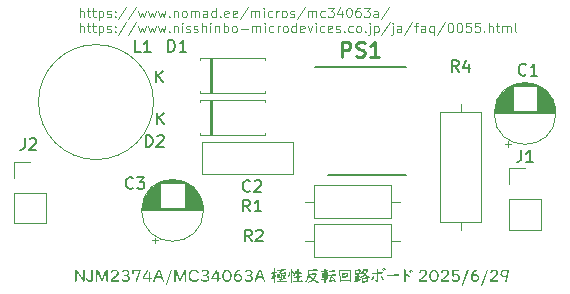
<source format=gto>
%TF.GenerationSoftware,KiCad,Pcbnew,8.0.8*%
%TF.CreationDate,2025-06-29T12:49:33+09:00*%
%TF.ProjectId,NJM2374A_Invert,4e4a4d32-3337-4344-915f-496e76657274,rev?*%
%TF.SameCoordinates,Original*%
%TF.FileFunction,Legend,Top*%
%TF.FilePolarity,Positive*%
%FSLAX46Y46*%
G04 Gerber Fmt 4.6, Leading zero omitted, Abs format (unit mm)*
G04 Created by KiCad (PCBNEW 8.0.8) date 2025-06-29 12:49:33*
%MOMM*%
%LPD*%
G01*
G04 APERTURE LIST*
%ADD10C,0.250000*%
%ADD11C,0.100000*%
%ADD12C,0.150000*%
%ADD13C,0.254000*%
%ADD14C,0.120000*%
%ADD15C,0.200000*%
G04 APERTURE END LIST*
D10*
G36*
X87925314Y-99248761D02*
G01*
X87925314Y-98536793D01*
X87942900Y-98495516D01*
X87989956Y-98477948D01*
X87991748Y-98477930D01*
X88039339Y-98494925D01*
X88048657Y-98505774D01*
X88058427Y-98536793D01*
X88058427Y-99382606D01*
X88052186Y-99434909D01*
X88024451Y-99478020D01*
X87979536Y-99490806D01*
X87931420Y-99476762D01*
X87896131Y-99441432D01*
X87891609Y-99434630D01*
X87380897Y-98639375D01*
X87380897Y-99431699D01*
X87362579Y-99475174D01*
X87316569Y-99492691D01*
X87312997Y-99492759D01*
X87265928Y-99475346D01*
X87258043Y-99466381D01*
X87247785Y-99431699D01*
X87247785Y-98592969D01*
X87255346Y-98544016D01*
X87283780Y-98502385D01*
X87311776Y-98485502D01*
X87361235Y-98475770D01*
X87365021Y-98475732D01*
X87415768Y-98487378D01*
X87453061Y-98519261D01*
X87459787Y-98528733D01*
X87925314Y-99248761D01*
G37*
G36*
X88779676Y-98539724D02*
G01*
X88779676Y-99191120D01*
X88777490Y-99240066D01*
X88769640Y-99291312D01*
X88753984Y-99342978D01*
X88734002Y-99383583D01*
X88702738Y-99425334D01*
X88664450Y-99458447D01*
X88619139Y-99482922D01*
X88566803Y-99498759D01*
X88517824Y-99505357D01*
X88486096Y-99506437D01*
X88434943Y-99503193D01*
X88379164Y-99490737D01*
X88329499Y-99468938D01*
X88285947Y-99437797D01*
X88248510Y-99397314D01*
X88232083Y-99373569D01*
X88207998Y-99329887D01*
X88190870Y-99281435D01*
X88186410Y-99244364D01*
X88203392Y-99198550D01*
X88229885Y-99183060D01*
X88256508Y-99178419D01*
X88303104Y-99195378D01*
X88305356Y-99197714D01*
X88325384Y-99244120D01*
X88344246Y-99290354D01*
X88373414Y-99332203D01*
X88416195Y-99364088D01*
X88469051Y-99378968D01*
X88491469Y-99380163D01*
X88543181Y-99373466D01*
X88589989Y-99348722D01*
X88622234Y-99305746D01*
X88638283Y-99254398D01*
X88643484Y-99201375D01*
X88643632Y-99189654D01*
X88643632Y-98539724D01*
X88663828Y-98494310D01*
X88670011Y-98489898D01*
X88711776Y-98477930D01*
X88758588Y-98494434D01*
X88759892Y-98495516D01*
X88779676Y-98539724D01*
G37*
G36*
X89147261Y-98671371D02*
G01*
X89147261Y-99431699D01*
X89132362Y-99471022D01*
X89088070Y-99492420D01*
X89080094Y-99492759D01*
X89033186Y-99475991D01*
X89025384Y-99467358D01*
X89014149Y-99431699D01*
X89014149Y-98584665D01*
X89025472Y-98534912D01*
X89059443Y-98497395D01*
X89065684Y-98493318D01*
X89113632Y-98476831D01*
X89131385Y-98475732D01*
X89182367Y-98487101D01*
X89220641Y-98521207D01*
X89239096Y-98556577D01*
X89523151Y-99292480D01*
X89806961Y-98556577D01*
X89833390Y-98510549D01*
X89873478Y-98482127D01*
X89911253Y-98475732D01*
X89961073Y-98484229D01*
X89973046Y-98489654D01*
X90011157Y-98520299D01*
X90030472Y-98565472D01*
X90031909Y-98584665D01*
X90031909Y-99431699D01*
X90013835Y-99474930D01*
X89967097Y-99492742D01*
X89965230Y-99492759D01*
X89917491Y-99475765D01*
X89908078Y-99464916D01*
X89898796Y-99431699D01*
X89898796Y-98671371D01*
X89619871Y-99388224D01*
X89594802Y-99431887D01*
X89553788Y-99460122D01*
X89522418Y-99464916D01*
X89474605Y-99452259D01*
X89438723Y-99414287D01*
X89426187Y-99388224D01*
X89147261Y-98671371D01*
G37*
G36*
X90418301Y-99361113D02*
G01*
X90927059Y-99361113D01*
X90975053Y-99376378D01*
X90991050Y-99422173D01*
X90972990Y-99469817D01*
X90927059Y-99483234D01*
X90350890Y-99483234D01*
X90300134Y-99473594D01*
X90267313Y-99437347D01*
X90261741Y-99401657D01*
X90273873Y-99351677D01*
X90302083Y-99309896D01*
X90304728Y-99306891D01*
X90342143Y-99266911D01*
X90380249Y-99228347D01*
X90415267Y-99194062D01*
X90454315Y-99156723D01*
X90497394Y-99116332D01*
X90544502Y-99072887D01*
X90582478Y-99038300D01*
X90609055Y-99014288D01*
X90648399Y-98978158D01*
X90687485Y-98941454D01*
X90723167Y-98906692D01*
X90756577Y-98871406D01*
X90788004Y-98828573D01*
X90809131Y-98783715D01*
X90816173Y-98741224D01*
X90808788Y-98689842D01*
X90784122Y-98644720D01*
X90763660Y-98624965D01*
X90719605Y-98599365D01*
X90670049Y-98586278D01*
X90622976Y-98582955D01*
X90573105Y-98587428D01*
X90521520Y-98603956D01*
X90477041Y-98632662D01*
X90439668Y-98673546D01*
X90417324Y-98710205D01*
X90384010Y-98747321D01*
X90353577Y-98754658D01*
X90317429Y-98745621D01*
X90287500Y-98705212D01*
X90286410Y-98691399D01*
X90300263Y-98642084D01*
X90315719Y-98615928D01*
X90346230Y-98577216D01*
X90383420Y-98543513D01*
X90427288Y-98514820D01*
X90436863Y-98509682D01*
X90485769Y-98487958D01*
X90537688Y-98473343D01*
X90586369Y-98466321D01*
X90624442Y-98464741D01*
X90678017Y-98467488D01*
X90728039Y-98475727D01*
X90780857Y-98491870D01*
X90829033Y-98515188D01*
X90840353Y-98522138D01*
X90881108Y-98552839D01*
X90917998Y-98594950D01*
X90943412Y-98643840D01*
X90956060Y-98691141D01*
X90960276Y-98743422D01*
X90954557Y-98795226D01*
X90937401Y-98845947D01*
X90912549Y-98890125D01*
X90887980Y-98922697D01*
X90852471Y-98959796D01*
X90811781Y-98997943D01*
X90773050Y-99032725D01*
X90735395Y-99065750D01*
X90718964Y-99079989D01*
X90679094Y-99114707D01*
X90641641Y-99147695D01*
X90595464Y-99188987D01*
X90553584Y-99227204D01*
X90516001Y-99262344D01*
X90475065Y-99301944D01*
X90434805Y-99343120D01*
X90418301Y-99361113D01*
G37*
G36*
X91684944Y-98948831D02*
G01*
X91735136Y-98962814D01*
X91780857Y-98987571D01*
X91787526Y-98992062D01*
X91829877Y-99027633D01*
X91861825Y-99069165D01*
X91883371Y-99116658D01*
X91894516Y-99170111D01*
X91896214Y-99203332D01*
X91892084Y-99257084D01*
X91879694Y-99306234D01*
X91859043Y-99350782D01*
X91830131Y-99390727D01*
X91792960Y-99426070D01*
X91778734Y-99436828D01*
X91733193Y-99463951D01*
X91682697Y-99484412D01*
X91627245Y-99498212D01*
X91575771Y-99504738D01*
X91530094Y-99506437D01*
X91471370Y-99503646D01*
X91416402Y-99495274D01*
X91365191Y-99481321D01*
X91317737Y-99461786D01*
X91274039Y-99436670D01*
X91234098Y-99405973D01*
X91219173Y-99392131D01*
X91187442Y-99354007D01*
X91174965Y-99314951D01*
X91197680Y-99271231D01*
X91240911Y-99254378D01*
X91285573Y-99277038D01*
X91299041Y-99291503D01*
X91335279Y-99326340D01*
X91378104Y-99352701D01*
X91407240Y-99365509D01*
X91454378Y-99379425D01*
X91504901Y-99386247D01*
X91529362Y-99387002D01*
X91578740Y-99383615D01*
X91627932Y-99372066D01*
X91671755Y-99352320D01*
X91713787Y-99320053D01*
X91744355Y-99275546D01*
X91757347Y-99227699D01*
X91758706Y-99204064D01*
X91753721Y-99155101D01*
X91736722Y-99108735D01*
X91707659Y-99070219D01*
X91665832Y-99040116D01*
X91617636Y-99023762D01*
X91614114Y-99023080D01*
X91563703Y-99017295D01*
X91511782Y-99015217D01*
X91487108Y-99015020D01*
X91461706Y-99015753D01*
X91413788Y-99004580D01*
X91391677Y-98960970D01*
X91391609Y-98957379D01*
X91412629Y-98911584D01*
X91428978Y-98904623D01*
X91467812Y-98901692D01*
X91526545Y-98899024D01*
X91577447Y-98891021D01*
X91630062Y-98873515D01*
X91677048Y-98841504D01*
X91706414Y-98797489D01*
X91718161Y-98741470D01*
X91718406Y-98730966D01*
X91710987Y-98681770D01*
X91686206Y-98638164D01*
X91665649Y-98618859D01*
X91621617Y-98594896D01*
X91572443Y-98582646D01*
X91525942Y-98579535D01*
X91469751Y-98584082D01*
X91420642Y-98597721D01*
X91373190Y-98624443D01*
X91334989Y-98663041D01*
X91326884Y-98674546D01*
X91285913Y-98701948D01*
X91276570Y-98702634D01*
X91235538Y-98688956D01*
X91210722Y-98646238D01*
X91210625Y-98642794D01*
X91229035Y-98596816D01*
X91243353Y-98579291D01*
X91281387Y-98544920D01*
X91322363Y-98517700D01*
X91348866Y-98503820D01*
X91397213Y-98484929D01*
X91447183Y-98472221D01*
X91498776Y-98465695D01*
X91528140Y-98464741D01*
X91580256Y-98467459D01*
X91628891Y-98475610D01*
X91679445Y-98491276D01*
X91715719Y-98508217D01*
X91761952Y-98538673D01*
X91798620Y-98574540D01*
X91825723Y-98615816D01*
X91843260Y-98662502D01*
X91851231Y-98714597D01*
X91851762Y-98733164D01*
X91846567Y-98786522D01*
X91830983Y-98833388D01*
X91799669Y-98879860D01*
X91761572Y-98912661D01*
X91713086Y-98938971D01*
X91703995Y-98942725D01*
X91684944Y-98948831D01*
G37*
G36*
X92194435Y-98487456D02*
G01*
X92708566Y-98487456D01*
X92756950Y-98496808D01*
X92765963Y-98501622D01*
X92798077Y-98538602D01*
X92803332Y-98569033D01*
X92791895Y-98619523D01*
X92775657Y-98668409D01*
X92767184Y-98692131D01*
X92745855Y-98751451D01*
X92725282Y-98808998D01*
X92705463Y-98864772D01*
X92686401Y-98918773D01*
X92668094Y-98971002D01*
X92650543Y-99021459D01*
X92633748Y-99070142D01*
X92617708Y-99117053D01*
X92595065Y-99184095D01*
X92574122Y-99247149D01*
X92554879Y-99306215D01*
X92537337Y-99361292D01*
X92521494Y-99412380D01*
X92516591Y-99428524D01*
X92493230Y-99473937D01*
X92448019Y-99494893D01*
X92444784Y-99494958D01*
X92400576Y-99479326D01*
X92381525Y-99434385D01*
X92393386Y-99384255D01*
X92404484Y-99349389D01*
X92421781Y-99296860D01*
X92438808Y-99245460D01*
X92455563Y-99195187D01*
X92472047Y-99146041D01*
X92488261Y-99098024D01*
X92504204Y-99051134D01*
X92527609Y-98982914D01*
X92550406Y-98917231D01*
X92572592Y-98854085D01*
X92594169Y-98793477D01*
X92615136Y-98735406D01*
X92635494Y-98679872D01*
X92648727Y-98644260D01*
X92657031Y-98615439D01*
X92640178Y-98609577D01*
X92231560Y-98609577D01*
X92218127Y-98623011D01*
X92218127Y-98792515D01*
X92211043Y-98821092D01*
X92170299Y-98848998D01*
X92154135Y-98850401D01*
X92108108Y-98833793D01*
X92100646Y-98825244D01*
X92090387Y-98792515D01*
X92090387Y-98592236D01*
X92098618Y-98541585D01*
X92131031Y-98502191D01*
X92181835Y-98487865D01*
X92194435Y-98487456D01*
G37*
G36*
X93474023Y-99275383D02*
G01*
X93074442Y-99275383D01*
X93024880Y-99265250D01*
X92994086Y-99239480D01*
X92981630Y-99198691D01*
X92993033Y-99149507D01*
X93001902Y-99131769D01*
X93349215Y-98500401D01*
X93390503Y-98472560D01*
X93396354Y-98472313D01*
X93442027Y-98488433D01*
X93464986Y-98531420D01*
X93452286Y-98574162D01*
X93130618Y-99155949D01*
X93474023Y-99155949D01*
X93474023Y-98744155D01*
X93481106Y-98714846D01*
X93522764Y-98686939D01*
X93539236Y-98685537D01*
X93585908Y-98701983D01*
X93593702Y-98710450D01*
X93604449Y-98744155D01*
X93604449Y-99155949D01*
X93739515Y-99155949D01*
X93786410Y-99170908D01*
X93802041Y-99215788D01*
X93784395Y-99262289D01*
X93739515Y-99275383D01*
X93604449Y-99275383D01*
X93604449Y-99433164D01*
X93586863Y-99474197D01*
X93541042Y-99492253D01*
X93539236Y-99492271D01*
X93492111Y-99475127D01*
X93482816Y-99464183D01*
X93474023Y-99433164D01*
X93474023Y-99275383D01*
G37*
G36*
X94387993Y-98490288D02*
G01*
X94421822Y-98525884D01*
X94431699Y-98545586D01*
X94788294Y-99395307D01*
X94795133Y-99427058D01*
X94777090Y-99473677D01*
X94760206Y-99485188D01*
X94725279Y-99493492D01*
X94678797Y-99476128D01*
X94660799Y-99449040D01*
X94543807Y-99168161D01*
X94131525Y-99168161D01*
X94014777Y-99449040D01*
X93982909Y-99486768D01*
X93950785Y-99494225D01*
X93914882Y-99484944D01*
X93882718Y-99446778D01*
X93879955Y-99425593D01*
X93886794Y-99395307D01*
X94032855Y-99047260D01*
X94175489Y-99047260D01*
X94499843Y-99047260D01*
X94337666Y-98624965D01*
X94175489Y-99047260D01*
X94032855Y-99047260D01*
X94243388Y-98545586D01*
X94270259Y-98503912D01*
X94314891Y-98479602D01*
X94338399Y-98477198D01*
X94387993Y-98490288D01*
G37*
G36*
X95441155Y-98546807D02*
G01*
X95009822Y-99780233D01*
X94976758Y-99816412D01*
X94959997Y-99818824D01*
X94915079Y-99799551D01*
X94907729Y-99769487D01*
X94913591Y-99737491D01*
X95345168Y-98504797D01*
X95377454Y-98467932D01*
X95393284Y-98465474D01*
X95427233Y-98475976D01*
X95447017Y-98515788D01*
X95441155Y-98546807D01*
G37*
G36*
X95777966Y-98671371D02*
G01*
X95777966Y-99431699D01*
X95763067Y-99471022D01*
X95718775Y-99492420D01*
X95710799Y-99492759D01*
X95663891Y-99475991D01*
X95656089Y-99467358D01*
X95644854Y-99431699D01*
X95644854Y-98584665D01*
X95656177Y-98534912D01*
X95690148Y-98497395D01*
X95696389Y-98493318D01*
X95744337Y-98476831D01*
X95762090Y-98475732D01*
X95813072Y-98487101D01*
X95851346Y-98521207D01*
X95869801Y-98556577D01*
X96153856Y-99292480D01*
X96437666Y-98556577D01*
X96464094Y-98510549D01*
X96504183Y-98482127D01*
X96541958Y-98475732D01*
X96591778Y-98484229D01*
X96603751Y-98489654D01*
X96641862Y-98520299D01*
X96661177Y-98565472D01*
X96662614Y-98584665D01*
X96662614Y-99431699D01*
X96644540Y-99474930D01*
X96597802Y-99492742D01*
X96595935Y-99492759D01*
X96548196Y-99475765D01*
X96538782Y-99464916D01*
X96529501Y-99431699D01*
X96529501Y-98671371D01*
X96250576Y-99388224D01*
X96225506Y-99431887D01*
X96184493Y-99460122D01*
X96153123Y-99464916D01*
X96105310Y-99452259D01*
X96069428Y-99414287D01*
X96056891Y-99388224D01*
X95777966Y-98671371D01*
G37*
G36*
X97322069Y-98464741D02*
G01*
X97377035Y-98467480D01*
X97430009Y-98475698D01*
X97480991Y-98489394D01*
X97529981Y-98508568D01*
X97576979Y-98533220D01*
X97592202Y-98542655D01*
X97634483Y-98573269D01*
X97670287Y-98608140D01*
X97685258Y-98627651D01*
X97705274Y-98672544D01*
X97705775Y-98679675D01*
X97685604Y-98724978D01*
X97684281Y-98726325D01*
X97638098Y-98746334D01*
X97636410Y-98746353D01*
X97595377Y-98729012D01*
X97577059Y-98705809D01*
X97540331Y-98665967D01*
X97498657Y-98634368D01*
X97452037Y-98611012D01*
X97400471Y-98595900D01*
X97343960Y-98589030D01*
X97324023Y-98588572D01*
X97269836Y-98592977D01*
X97219564Y-98606192D01*
X97173207Y-98628217D01*
X97130766Y-98659052D01*
X97092241Y-98698696D01*
X97080269Y-98713869D01*
X97052213Y-98756954D01*
X97029962Y-98803594D01*
X97013516Y-98853789D01*
X97002874Y-98907538D01*
X96998037Y-98964843D01*
X96997715Y-98984734D01*
X96999973Y-99035430D01*
X97008316Y-99091449D01*
X97022807Y-99144103D01*
X97043445Y-99193390D01*
X97061951Y-99226535D01*
X97094166Y-99271215D01*
X97130210Y-99308323D01*
X97170082Y-99337857D01*
X97213782Y-99359819D01*
X97261310Y-99374207D01*
X97312667Y-99381023D01*
X97334281Y-99381629D01*
X97386617Y-99378111D01*
X97435089Y-99367556D01*
X97488154Y-99345603D01*
X97535656Y-99313518D01*
X97570990Y-99279040D01*
X97602460Y-99237526D01*
X97644674Y-99209885D01*
X97654972Y-99209193D01*
X97702428Y-99226581D01*
X97705286Y-99228977D01*
X97728285Y-99272499D01*
X97728489Y-99277826D01*
X97711765Y-99326873D01*
X97689655Y-99357937D01*
X97648843Y-99400718D01*
X97602581Y-99436248D01*
X97550869Y-99464526D01*
X97493707Y-99485554D01*
X97444053Y-99497156D01*
X97390911Y-99504117D01*
X97334281Y-99506437D01*
X97282140Y-99504129D01*
X97232420Y-99497206D01*
X97175951Y-99482807D01*
X97122968Y-99461761D01*
X97073472Y-99434069D01*
X97042411Y-99411915D01*
X96999077Y-99373504D01*
X96961521Y-99330811D01*
X96929743Y-99283836D01*
X96903742Y-99232580D01*
X96883520Y-99177041D01*
X96869075Y-99117221D01*
X96860408Y-99053119D01*
X96857700Y-99002232D01*
X96857519Y-98984734D01*
X96859363Y-98932951D01*
X96864892Y-98883236D01*
X96876989Y-98824001D01*
X96894846Y-98767998D01*
X96918463Y-98715227D01*
X96947840Y-98665688D01*
X96975489Y-98628384D01*
X97010129Y-98590030D01*
X97047250Y-98556790D01*
X97097140Y-98522432D01*
X97150906Y-98496064D01*
X97208547Y-98477686D01*
X97257451Y-98468736D01*
X97308836Y-98464901D01*
X97322069Y-98464741D01*
G37*
G36*
X98415300Y-98948831D02*
G01*
X98465492Y-98962814D01*
X98511213Y-98987571D01*
X98517882Y-98992062D01*
X98560232Y-99027633D01*
X98592181Y-99069165D01*
X98613727Y-99116658D01*
X98624872Y-99170111D01*
X98626570Y-99203332D01*
X98622440Y-99257084D01*
X98610050Y-99306234D01*
X98589399Y-99350782D01*
X98560487Y-99390727D01*
X98523316Y-99426070D01*
X98509090Y-99436828D01*
X98463549Y-99463951D01*
X98413052Y-99484412D01*
X98357601Y-99498212D01*
X98306127Y-99504738D01*
X98260450Y-99506437D01*
X98201726Y-99503646D01*
X98146758Y-99495274D01*
X98095547Y-99481321D01*
X98048093Y-99461786D01*
X98004395Y-99436670D01*
X97964454Y-99405973D01*
X97949529Y-99392131D01*
X97917798Y-99354007D01*
X97905321Y-99314951D01*
X97928036Y-99271231D01*
X97971267Y-99254378D01*
X98015929Y-99277038D01*
X98029397Y-99291503D01*
X98065635Y-99326340D01*
X98108459Y-99352701D01*
X98137596Y-99365509D01*
X98184734Y-99379425D01*
X98235257Y-99386247D01*
X98259718Y-99387002D01*
X98309096Y-99383615D01*
X98358287Y-99372066D01*
X98402111Y-99352320D01*
X98444143Y-99320053D01*
X98474711Y-99275546D01*
X98487703Y-99227699D01*
X98489062Y-99204064D01*
X98484077Y-99155101D01*
X98467078Y-99108735D01*
X98438015Y-99070219D01*
X98396188Y-99040116D01*
X98347992Y-99023762D01*
X98344470Y-99023080D01*
X98294059Y-99017295D01*
X98242138Y-99015217D01*
X98217464Y-99015020D01*
X98192062Y-99015753D01*
X98144144Y-99004580D01*
X98122033Y-98960970D01*
X98121965Y-98957379D01*
X98142985Y-98911584D01*
X98159334Y-98904623D01*
X98198168Y-98901692D01*
X98256901Y-98899024D01*
X98307803Y-98891021D01*
X98360418Y-98873515D01*
X98407404Y-98841504D01*
X98436770Y-98797489D01*
X98448517Y-98741470D01*
X98448762Y-98730966D01*
X98441343Y-98681770D01*
X98416562Y-98638164D01*
X98396005Y-98618859D01*
X98351973Y-98594896D01*
X98302799Y-98582646D01*
X98256298Y-98579535D01*
X98200107Y-98584082D01*
X98150998Y-98597721D01*
X98103546Y-98624443D01*
X98065345Y-98663041D01*
X98057240Y-98674546D01*
X98016269Y-98701948D01*
X98006926Y-98702634D01*
X97965893Y-98688956D01*
X97941078Y-98646238D01*
X97940981Y-98642794D01*
X97959390Y-98596816D01*
X97973709Y-98579291D01*
X98011743Y-98544920D01*
X98052718Y-98517700D01*
X98079222Y-98503820D01*
X98127569Y-98484929D01*
X98177539Y-98472221D01*
X98229132Y-98465695D01*
X98258496Y-98464741D01*
X98310612Y-98467459D01*
X98359247Y-98475610D01*
X98409801Y-98491276D01*
X98446075Y-98508217D01*
X98492308Y-98538673D01*
X98528976Y-98574540D01*
X98556079Y-98615816D01*
X98573615Y-98662502D01*
X98581587Y-98714597D01*
X98582118Y-98733164D01*
X98576923Y-98786522D01*
X98561338Y-98833388D01*
X98530025Y-98879860D01*
X98491928Y-98912661D01*
X98443442Y-98938971D01*
X98434351Y-98942725D01*
X98415300Y-98948831D01*
G37*
G36*
X99280164Y-99275383D02*
G01*
X98880583Y-99275383D01*
X98831021Y-99265250D01*
X98800227Y-99239480D01*
X98787771Y-99198691D01*
X98799174Y-99149507D01*
X98808043Y-99131769D01*
X99155356Y-98500401D01*
X99196644Y-98472560D01*
X99202495Y-98472313D01*
X99248168Y-98488433D01*
X99271127Y-98531420D01*
X99258427Y-98574162D01*
X98936759Y-99155949D01*
X99280164Y-99155949D01*
X99280164Y-98744155D01*
X99287247Y-98714846D01*
X99328904Y-98686939D01*
X99345377Y-98685537D01*
X99392049Y-98701983D01*
X99399843Y-98710450D01*
X99410590Y-98744155D01*
X99410590Y-99155949D01*
X99545656Y-99155949D01*
X99592551Y-99170908D01*
X99608182Y-99215788D01*
X99590536Y-99262289D01*
X99545656Y-99275383D01*
X99410590Y-99275383D01*
X99410590Y-99433164D01*
X99393004Y-99474197D01*
X99347183Y-99492253D01*
X99345377Y-99492271D01*
X99298252Y-99475127D01*
X99288957Y-99464183D01*
X99280164Y-99433164D01*
X99280164Y-99275383D01*
G37*
G36*
X100170048Y-98468361D02*
G01*
X100219800Y-98479219D01*
X100266439Y-98497317D01*
X100309965Y-98522654D01*
X100350378Y-98555229D01*
X100387679Y-98595044D01*
X100401727Y-98612997D01*
X100432476Y-98659654D01*
X100458013Y-98710021D01*
X100478338Y-98764097D01*
X100493452Y-98821882D01*
X100501791Y-98870780D01*
X100506794Y-98922052D01*
X100508461Y-98975697D01*
X100507072Y-99029102D01*
X100502904Y-99080168D01*
X100495957Y-99128898D01*
X100483953Y-99184287D01*
X100467947Y-99236311D01*
X100451553Y-99277093D01*
X100428463Y-99321778D01*
X100398276Y-99366352D01*
X100363319Y-99405584D01*
X100351902Y-99416311D01*
X100313333Y-99446940D01*
X100264842Y-99474664D01*
X100212588Y-99493763D01*
X100156570Y-99504237D01*
X100114254Y-99506437D01*
X100055215Y-99502179D01*
X100000375Y-99489407D01*
X99949733Y-99468119D01*
X99903289Y-99438316D01*
X99861042Y-99399998D01*
X99822994Y-99353165D01*
X99808950Y-99332048D01*
X99784182Y-99286950D01*
X99763612Y-99237904D01*
X99747240Y-99184912D01*
X99735066Y-99127971D01*
X99728350Y-99079577D01*
X99724320Y-99028656D01*
X99723197Y-98984002D01*
X99860241Y-98984002D01*
X99861606Y-99033621D01*
X99866850Y-99089354D01*
X99876026Y-99140931D01*
X99889135Y-99188352D01*
X99909400Y-99238424D01*
X99916173Y-99251692D01*
X99944572Y-99296265D01*
X99983043Y-99336612D01*
X100027265Y-99364406D01*
X100077237Y-99379648D01*
X100116452Y-99382850D01*
X100167901Y-99376960D01*
X100214325Y-99359288D01*
X100255724Y-99329836D01*
X100292097Y-99288603D01*
X100310625Y-99259752D01*
X100334227Y-99210695D01*
X100349843Y-99163697D01*
X100361200Y-99112131D01*
X100368299Y-99055997D01*
X100370960Y-99005730D01*
X100371197Y-98984734D01*
X100369718Y-98934211D01*
X100364040Y-98877425D01*
X100354102Y-98824829D01*
X100339905Y-98776423D01*
X100317960Y-98725245D01*
X100310625Y-98711671D01*
X100282066Y-98669339D01*
X100243928Y-98631021D01*
X100200601Y-98604624D01*
X100152085Y-98590148D01*
X100114254Y-98587107D01*
X100059482Y-98594098D01*
X100010206Y-98615073D01*
X99966426Y-98650030D01*
X99932626Y-98692088D01*
X99928140Y-98698970D01*
X99901684Y-98749592D01*
X99884178Y-98798209D01*
X99871447Y-98851653D01*
X99863490Y-98909922D01*
X99860506Y-98962166D01*
X99860241Y-98984002D01*
X99723197Y-98984002D01*
X99722976Y-98975209D01*
X99724656Y-98921388D01*
X99729693Y-98869955D01*
X99738089Y-98820912D01*
X99753306Y-98762968D01*
X99773771Y-98708756D01*
X99799484Y-98658277D01*
X99830443Y-98611531D01*
X99866553Y-98569243D01*
X99905882Y-98534122D01*
X99948431Y-98506169D01*
X99994201Y-98485384D01*
X100043190Y-98471765D01*
X100095399Y-98465315D01*
X100117184Y-98464741D01*
X100170048Y-98468361D01*
G37*
G36*
X101173412Y-98477273D02*
G01*
X101176954Y-98481594D01*
X101189899Y-98520429D01*
X101165079Y-98563268D01*
X101137387Y-98581978D01*
X101085771Y-98614180D01*
X101037782Y-98650032D01*
X100993417Y-98689533D01*
X100952678Y-98732683D01*
X100915565Y-98779483D01*
X100882077Y-98829932D01*
X100869697Y-98851133D01*
X100845406Y-98897196D01*
X100823214Y-98945930D01*
X100805036Y-98992075D01*
X100799355Y-99007937D01*
X100822490Y-98962714D01*
X100842586Y-98938817D01*
X100885594Y-98903033D01*
X100932552Y-98876039D01*
X100983461Y-98857833D01*
X101038320Y-98848416D01*
X101071441Y-98846981D01*
X101124944Y-98850394D01*
X101174965Y-98860632D01*
X101221502Y-98877696D01*
X101264557Y-98901585D01*
X101287596Y-98918300D01*
X101326442Y-98954513D01*
X101357251Y-98995191D01*
X101380023Y-99040334D01*
X101394758Y-99089942D01*
X101401455Y-99144015D01*
X101401902Y-99163032D01*
X101398696Y-99213407D01*
X101387426Y-99267013D01*
X101368042Y-99317374D01*
X101350611Y-99349145D01*
X101321561Y-99389338D01*
X101282786Y-99427877D01*
X101242902Y-99456198D01*
X101203821Y-99476395D01*
X101155668Y-99493499D01*
X101104571Y-99503503D01*
X101055565Y-99506437D01*
X100999008Y-99502859D01*
X100946267Y-99492126D01*
X100897342Y-99474237D01*
X100852233Y-99449193D01*
X100810941Y-99416993D01*
X100773465Y-99377637D01*
X100759543Y-99359891D01*
X100732733Y-99318612D01*
X100711469Y-99274277D01*
X100695753Y-99226884D01*
X100685583Y-99176434D01*
X100685143Y-99171336D01*
X100828420Y-99171336D01*
X100833617Y-99222390D01*
X100851582Y-99272546D01*
X100882379Y-99315784D01*
X100894121Y-99327407D01*
X100936615Y-99358061D01*
X100985025Y-99377362D01*
X101033651Y-99385026D01*
X101050925Y-99385537D01*
X101100338Y-99381140D01*
X101149396Y-99365684D01*
X101191537Y-99339100D01*
X101215789Y-99315195D01*
X101243610Y-99274132D01*
X101261126Y-99226962D01*
X101268339Y-99173687D01*
X101268545Y-99162299D01*
X101263999Y-99113153D01*
X101247669Y-99064858D01*
X101219463Y-99024959D01*
X101179380Y-98993455D01*
X101173535Y-98990108D01*
X101126231Y-98970740D01*
X101077199Y-98962467D01*
X101057031Y-98961775D01*
X101006931Y-98967118D01*
X100960433Y-98983147D01*
X100917538Y-99009861D01*
X100878245Y-99047260D01*
X100849878Y-99088038D01*
X100832361Y-99134761D01*
X100828420Y-99171336D01*
X100685143Y-99171336D01*
X100680961Y-99122928D01*
X100680653Y-99104413D01*
X100682711Y-99051478D01*
X100688887Y-98999650D01*
X100699181Y-98948930D01*
X100713591Y-98899318D01*
X100732119Y-98850813D01*
X100754764Y-98803416D01*
X100781527Y-98757127D01*
X100812406Y-98711946D01*
X100847404Y-98667872D01*
X100886518Y-98624905D01*
X100914882Y-98596877D01*
X100954571Y-98561370D01*
X100995726Y-98528611D01*
X101038346Y-98498599D01*
X101082432Y-98471336D01*
X101128106Y-98457414D01*
X101173412Y-98477273D01*
G37*
G36*
X102112160Y-98948831D02*
G01*
X102162352Y-98962814D01*
X102208073Y-98987571D01*
X102214742Y-98992062D01*
X102257092Y-99027633D01*
X102289040Y-99069165D01*
X102310587Y-99116658D01*
X102321732Y-99170111D01*
X102323430Y-99203332D01*
X102319300Y-99257084D01*
X102306909Y-99306234D01*
X102286258Y-99350782D01*
X102257347Y-99390727D01*
X102220175Y-99426070D01*
X102205949Y-99436828D01*
X102160408Y-99463951D01*
X102109912Y-99484412D01*
X102054460Y-99498212D01*
X102002986Y-99504738D01*
X101957310Y-99506437D01*
X101898586Y-99503646D01*
X101843618Y-99495274D01*
X101792407Y-99481321D01*
X101744952Y-99461786D01*
X101701255Y-99436670D01*
X101661313Y-99405973D01*
X101646389Y-99392131D01*
X101614658Y-99354007D01*
X101602181Y-99314951D01*
X101624896Y-99271231D01*
X101668127Y-99254378D01*
X101712789Y-99277038D01*
X101726256Y-99291503D01*
X101762495Y-99326340D01*
X101805319Y-99352701D01*
X101834456Y-99365509D01*
X101881593Y-99379425D01*
X101932117Y-99386247D01*
X101956577Y-99387002D01*
X102005955Y-99383615D01*
X102055147Y-99372066D01*
X102098971Y-99352320D01*
X102141003Y-99320053D01*
X102171571Y-99275546D01*
X102184563Y-99227699D01*
X102185921Y-99204064D01*
X102180936Y-99155101D01*
X102163937Y-99108735D01*
X102134875Y-99070219D01*
X102093048Y-99040116D01*
X102044852Y-99023762D01*
X102041330Y-99023080D01*
X101990919Y-99017295D01*
X101938998Y-99015217D01*
X101914323Y-99015020D01*
X101888922Y-99015753D01*
X101841004Y-99004580D01*
X101818893Y-98960970D01*
X101818824Y-98957379D01*
X101839844Y-98911584D01*
X101856193Y-98904623D01*
X101895028Y-98901692D01*
X101953761Y-98899024D01*
X102004663Y-98891021D01*
X102057277Y-98873515D01*
X102104264Y-98841504D01*
X102133630Y-98797489D01*
X102145377Y-98741470D01*
X102145621Y-98730966D01*
X102138202Y-98681770D01*
X102113421Y-98638164D01*
X102092865Y-98618859D01*
X102048832Y-98594896D01*
X101999659Y-98582646D01*
X101953158Y-98579535D01*
X101896967Y-98584082D01*
X101847858Y-98597721D01*
X101800406Y-98624443D01*
X101762205Y-98663041D01*
X101754100Y-98674546D01*
X101713129Y-98701948D01*
X101703786Y-98702634D01*
X101662753Y-98688956D01*
X101637938Y-98646238D01*
X101637840Y-98642794D01*
X101656250Y-98596816D01*
X101670569Y-98579291D01*
X101708603Y-98544920D01*
X101749578Y-98517700D01*
X101776082Y-98503820D01*
X101824429Y-98484929D01*
X101874399Y-98472221D01*
X101925992Y-98465695D01*
X101955356Y-98464741D01*
X102007471Y-98467459D01*
X102056106Y-98475610D01*
X102106660Y-98491276D01*
X102142935Y-98508217D01*
X102189168Y-98538673D01*
X102225836Y-98574540D01*
X102252938Y-98615816D01*
X102270475Y-98662502D01*
X102278446Y-98714597D01*
X102278978Y-98733164D01*
X102273783Y-98786522D01*
X102258198Y-98833388D01*
X102226884Y-98879860D01*
X102188788Y-98912661D01*
X102140302Y-98938971D01*
X102131211Y-98942725D01*
X102112160Y-98948831D01*
G37*
G36*
X102966779Y-98490288D02*
G01*
X103000608Y-98525884D01*
X103010485Y-98545586D01*
X103367080Y-99395307D01*
X103373919Y-99427058D01*
X103355875Y-99473677D01*
X103338992Y-99485188D01*
X103304065Y-99493492D01*
X103257583Y-99476128D01*
X103239585Y-99449040D01*
X103122593Y-99168161D01*
X102710311Y-99168161D01*
X102593563Y-99449040D01*
X102561695Y-99486768D01*
X102529571Y-99494225D01*
X102493667Y-99484944D01*
X102461503Y-99446778D01*
X102458741Y-99425593D01*
X102465579Y-99395307D01*
X102611641Y-99047260D01*
X102754274Y-99047260D01*
X103078629Y-99047260D01*
X102916452Y-98624965D01*
X102754274Y-99047260D01*
X102611641Y-99047260D01*
X102822174Y-98545586D01*
X102849044Y-98503912D01*
X102893677Y-98479602D01*
X102917184Y-98477198D01*
X102966779Y-98490288D01*
G37*
G36*
X104164777Y-98377547D02*
G01*
X104184561Y-98415160D01*
X104184561Y-98659159D01*
X104279815Y-98644016D01*
X104286898Y-98644016D01*
X104330977Y-98665635D01*
X104338189Y-98695551D01*
X104313333Y-98739471D01*
X104290073Y-98746353D01*
X104184561Y-98762962D01*
X104184561Y-98876779D01*
X104224793Y-98910757D01*
X104263233Y-98945975D01*
X104287387Y-98968859D01*
X104313598Y-99011459D01*
X104314254Y-99018928D01*
X104298133Y-99055321D01*
X104263451Y-99070464D01*
X104219659Y-99047059D01*
X104208252Y-99032117D01*
X104184561Y-98998900D01*
X104184561Y-99558949D01*
X104172104Y-99591678D01*
X104128873Y-99609019D01*
X104083244Y-99588848D01*
X104082223Y-99587526D01*
X104073919Y-99558949D01*
X104081734Y-98989375D01*
X104063216Y-99043980D01*
X104041915Y-99097521D01*
X104017832Y-99149997D01*
X103990968Y-99201408D01*
X103961321Y-99251755D01*
X103950820Y-99268300D01*
X103912979Y-99299643D01*
X103903193Y-99300785D01*
X103879501Y-99292480D01*
X103860450Y-99255355D01*
X103878670Y-99209080D01*
X103888050Y-99192585D01*
X103912176Y-99149427D01*
X103935463Y-99103971D01*
X103957911Y-99056217D01*
X103979519Y-99006167D01*
X104000287Y-98953819D01*
X104020216Y-98899173D01*
X104039305Y-98842230D01*
X104057554Y-98782990D01*
X103931769Y-98802529D01*
X103922244Y-98803018D01*
X103878090Y-98781454D01*
X103872174Y-98752948D01*
X103895263Y-98708586D01*
X103921023Y-98699947D01*
X104073919Y-98676500D01*
X104073919Y-98415160D01*
X104089550Y-98379989D01*
X104128873Y-98365823D01*
X104164777Y-98377547D01*
G37*
G36*
X105166967Y-99440547D02*
G01*
X105168859Y-99444155D01*
X105174233Y-99468579D01*
X105154865Y-99513497D01*
X105124651Y-99522313D01*
X104357973Y-99557240D01*
X104351623Y-99557240D01*
X104317184Y-99545027D01*
X104300087Y-99504239D01*
X104319646Y-99458043D01*
X104350157Y-99449284D01*
X105114149Y-99415090D01*
X105124163Y-99414357D01*
X105166967Y-99440547D01*
G37*
G36*
X105078981Y-98457311D02*
G01*
X105084840Y-98486235D01*
X105062675Y-98529851D01*
X105037945Y-98536549D01*
X104776117Y-98558775D01*
X104742576Y-98599600D01*
X104708026Y-98638544D01*
X104673843Y-98674914D01*
X104650820Y-98698482D01*
X104695070Y-98723955D01*
X104733318Y-98757366D01*
X104749739Y-98777861D01*
X104773140Y-98822633D01*
X104788132Y-98870750D01*
X104798004Y-98927212D01*
X104802392Y-98982250D01*
X104803228Y-99022348D01*
X104802500Y-99076316D01*
X104800318Y-99126480D01*
X104795778Y-99181655D01*
X104789144Y-99231352D01*
X104778755Y-99282407D01*
X104773430Y-99302006D01*
X104753056Y-99351003D01*
X104718342Y-99389113D01*
X104668161Y-99403367D01*
X104617809Y-99397081D01*
X104569119Y-99380276D01*
X104527478Y-99358670D01*
X104492444Y-99322995D01*
X104490108Y-99310066D01*
X104501832Y-99281001D01*
X104530653Y-99268789D01*
X104566312Y-99276849D01*
X104614817Y-99292348D01*
X104637387Y-99295411D01*
X104669138Y-99263904D01*
X104681747Y-99214521D01*
X104689825Y-99163422D01*
X104694553Y-99113763D01*
X104697255Y-99058693D01*
X104697959Y-99008670D01*
X104696334Y-98958792D01*
X104690499Y-98909172D01*
X104677238Y-98858225D01*
X104664009Y-98829884D01*
X104631891Y-98793065D01*
X104590364Y-98766157D01*
X104583409Y-98762718D01*
X104545717Y-98731172D01*
X104540667Y-98710450D01*
X104562228Y-98666336D01*
X104570953Y-98656716D01*
X104605103Y-98617472D01*
X104636569Y-98575758D01*
X104640562Y-98570010D01*
X104377757Y-98592480D01*
X104343318Y-98584420D01*
X104322558Y-98542411D01*
X104344723Y-98498353D01*
X104369452Y-98491608D01*
X105030129Y-98435432D01*
X105035258Y-98435432D01*
X105078981Y-98457311D01*
G37*
G36*
X105087801Y-98705853D02*
G01*
X105112981Y-98749567D01*
X105114149Y-98766625D01*
X105109066Y-98816268D01*
X105105112Y-98838433D01*
X105094174Y-98887657D01*
X105080595Y-98937021D01*
X105064375Y-98986526D01*
X105045513Y-99036170D01*
X105033549Y-99064602D01*
X105068589Y-99104972D01*
X105102799Y-99147356D01*
X105131900Y-99188447D01*
X105154113Y-99234837D01*
X105155182Y-99243632D01*
X105136131Y-99283688D01*
X105100960Y-99296632D01*
X105056752Y-99275872D01*
X105030618Y-99239968D01*
X105002514Y-99197627D01*
X104980548Y-99166939D01*
X104953637Y-99210635D01*
X104923847Y-99253293D01*
X104888375Y-99293582D01*
X104844268Y-99318466D01*
X104841085Y-99318614D01*
X104809822Y-99303960D01*
X104795656Y-99273185D01*
X104817421Y-99227837D01*
X104831316Y-99208461D01*
X104861323Y-99164863D01*
X104886277Y-99122655D01*
X104911183Y-99075104D01*
X104878428Y-99035010D01*
X104844261Y-98995761D01*
X104826431Y-98976430D01*
X104805182Y-98934665D01*
X104818371Y-98904134D01*
X104847191Y-98891434D01*
X104891644Y-98912683D01*
X104926963Y-98948193D01*
X104953926Y-98976919D01*
X104971912Y-98928055D01*
X104987059Y-98880512D01*
X104998465Y-98829596D01*
X105000087Y-98808879D01*
X104988120Y-98797644D01*
X104976640Y-98798377D01*
X104830094Y-98820847D01*
X104815196Y-98822313D01*
X104771117Y-98797954D01*
X104766347Y-98770778D01*
X104789690Y-98727488D01*
X104811532Y-98721196D01*
X105008880Y-98695795D01*
X105039411Y-98693841D01*
X105087801Y-98705853D01*
G37*
G36*
X104615094Y-98827685D02*
G01*
X104635143Y-98873820D01*
X104636410Y-98887526D01*
X104634944Y-98908775D01*
X104617115Y-99070464D01*
X104649071Y-99109891D01*
X104649355Y-99117358D01*
X104624213Y-99160910D01*
X104604658Y-99165474D01*
X104427826Y-99181106D01*
X104399937Y-99221635D01*
X104378245Y-99224337D01*
X104333420Y-99200742D01*
X104328175Y-99178663D01*
X104313515Y-98924406D01*
X104415859Y-98924406D01*
X104423919Y-99087316D01*
X104522837Y-99076081D01*
X104532607Y-98927581D01*
X104518929Y-98909752D01*
X104511846Y-98910484D01*
X104415859Y-98924406D01*
X104313515Y-98924406D01*
X104310346Y-98869452D01*
X104331453Y-98823791D01*
X104361148Y-98817672D01*
X104403158Y-98836723D01*
X104533584Y-98813520D01*
X104549948Y-98811322D01*
X104567778Y-98810833D01*
X104615094Y-98827685D01*
G37*
G36*
X106182711Y-98831838D02*
G01*
X106182711Y-99044574D01*
X106395935Y-99027477D01*
X106402530Y-99027477D01*
X106447975Y-99049987D01*
X106454065Y-99079745D01*
X106430861Y-99123561D01*
X106404972Y-99129815D01*
X106182711Y-99147889D01*
X106182711Y-99404588D01*
X106500715Y-99390422D01*
X106548114Y-99407423D01*
X106559334Y-99444155D01*
X106537876Y-99488389D01*
X106509508Y-99495690D01*
X105763102Y-99529152D01*
X105739411Y-99525976D01*
X105706183Y-99489921D01*
X105704972Y-99476884D01*
X105726010Y-99431358D01*
X105753821Y-99423883D01*
X106063032Y-99409717D01*
X106063032Y-99156681D01*
X105844679Y-99173534D01*
X105807799Y-99165718D01*
X105785572Y-99122732D01*
X105808892Y-99077908D01*
X105834909Y-99071196D01*
X106063032Y-99053122D01*
X106063032Y-98842096D01*
X105899145Y-98857240D01*
X105877755Y-98903207D01*
X105852509Y-98952047D01*
X105824402Y-98998014D01*
X105790639Y-99037853D01*
X105757729Y-99053367D01*
X105729152Y-99043597D01*
X105712300Y-99009159D01*
X105730035Y-98961438D01*
X105737212Y-98948098D01*
X105761405Y-98901318D01*
X105783762Y-98851808D01*
X105804281Y-98799567D01*
X105822964Y-98744594D01*
X105839811Y-98686890D01*
X105851966Y-98638761D01*
X105860311Y-98601517D01*
X105884096Y-98556291D01*
X105916487Y-98545586D01*
X105962987Y-98562060D01*
X105976082Y-98603960D01*
X105968461Y-98656356D01*
X105954913Y-98706254D01*
X105941399Y-98748307D01*
X106063032Y-98737072D01*
X106063032Y-98453506D01*
X106084128Y-98408233D01*
X106122872Y-98399284D01*
X106169403Y-98418309D01*
X106170499Y-98419556D01*
X106182711Y-98453506D01*
X106182711Y-98725837D01*
X106404240Y-98705565D01*
X106408636Y-98705565D01*
X106452912Y-98727229D01*
X106455775Y-98731943D01*
X106462858Y-98758321D01*
X106441610Y-98802855D01*
X106413521Y-98811322D01*
X106182711Y-98831838D01*
G37*
G36*
X105411148Y-98655495D02*
G01*
X105451480Y-98687011D01*
X105455845Y-98722173D01*
X105454754Y-98779117D01*
X105451483Y-98834361D01*
X105446030Y-98887904D01*
X105438396Y-98939748D01*
X105428582Y-98989891D01*
X105424826Y-99006228D01*
X105401056Y-99051585D01*
X105364742Y-99064357D01*
X105324930Y-99050191D01*
X105306368Y-99007205D01*
X105316870Y-98957868D01*
X105331456Y-98904862D01*
X105343798Y-98850991D01*
X105353896Y-98796256D01*
X105361750Y-98740656D01*
X105365230Y-98708496D01*
X105385686Y-98662948D01*
X105411148Y-98655495D01*
G37*
G36*
X105660764Y-98591259D02*
G01*
X105702419Y-98617537D01*
X105706682Y-98623255D01*
X105735568Y-98664894D01*
X105761714Y-98706442D01*
X105784955Y-98752657D01*
X105791678Y-98781036D01*
X105769770Y-98825626D01*
X105760904Y-98830373D01*
X105733793Y-98836723D01*
X105690376Y-98811672D01*
X105678350Y-98783722D01*
X105662874Y-98733931D01*
X105644367Y-98685536D01*
X105631699Y-98656228D01*
X105623639Y-98626430D01*
X105639027Y-98598831D01*
X105660764Y-98591259D01*
G37*
G36*
X105616556Y-98434944D02*
G01*
X105616556Y-99536967D01*
X105609473Y-99563590D01*
X105566891Y-99590277D01*
X105558182Y-99590701D01*
X105511574Y-99573699D01*
X105500541Y-99536967D01*
X105500541Y-98434944D01*
X105520862Y-98389670D01*
X105558182Y-98380722D01*
X105604210Y-98399976D01*
X105605321Y-98401238D01*
X105616556Y-98434944D01*
G37*
G36*
X107082990Y-98611287D02*
G01*
X107082024Y-98662425D01*
X107079544Y-98713006D01*
X107075537Y-98768411D01*
X107070778Y-98820847D01*
X107589550Y-98785432D01*
X107602251Y-98785432D01*
X107652096Y-98792731D01*
X107690865Y-98827472D01*
X107696773Y-98860170D01*
X107686698Y-98907981D01*
X107668083Y-98958632D01*
X107656473Y-98986444D01*
X107634306Y-99035715D01*
X107610243Y-99083387D01*
X107584284Y-99129462D01*
X107556428Y-99173939D01*
X107526677Y-99216817D01*
X107495029Y-99258097D01*
X107481839Y-99274162D01*
X107520834Y-99303860D01*
X107563941Y-99334343D01*
X107604449Y-99361601D01*
X107652675Y-99392818D01*
X107699351Y-99421746D01*
X107744476Y-99448384D01*
X107788051Y-99472732D01*
X107838294Y-99498927D01*
X107886305Y-99521824D01*
X107924533Y-99553534D01*
X107925140Y-99558217D01*
X107887778Y-99590203D01*
X107885328Y-99590945D01*
X107836670Y-99603596D01*
X107786861Y-99611199D01*
X107772976Y-99611706D01*
X107727792Y-99598272D01*
X107681204Y-99568628D01*
X107633186Y-99535871D01*
X107583736Y-99500002D01*
X107543146Y-99469065D01*
X107501640Y-99436136D01*
X107459218Y-99401215D01*
X107415880Y-99364302D01*
X107404903Y-99354762D01*
X107364564Y-99390819D01*
X107323173Y-99424738D01*
X107280728Y-99456520D01*
X107237230Y-99486165D01*
X107192678Y-99513673D01*
X107147074Y-99539043D01*
X107100416Y-99562277D01*
X107052704Y-99583374D01*
X107006104Y-99599765D01*
X106984072Y-99603646D01*
X106951099Y-99586793D01*
X106941574Y-99558949D01*
X106963800Y-99519626D01*
X107007031Y-99498377D01*
X107055228Y-99474458D01*
X107102734Y-99447582D01*
X107149548Y-99417748D01*
X107195670Y-99384957D01*
X107241101Y-99349208D01*
X107285840Y-99310501D01*
X107303542Y-99294190D01*
X107319662Y-99278070D01*
X107281824Y-99241151D01*
X107245859Y-99204125D01*
X107211767Y-99166991D01*
X107179546Y-99129750D01*
X107143354Y-99084919D01*
X107109857Y-99039933D01*
X107089829Y-98996946D01*
X107108636Y-98961287D01*
X107137945Y-98949563D01*
X107180783Y-98974011D01*
X107193632Y-98989619D01*
X107227249Y-99031597D01*
X107260416Y-99069252D01*
X107297602Y-99108453D01*
X107338807Y-99149200D01*
X107376214Y-99184336D01*
X107391958Y-99198691D01*
X107422091Y-99159338D01*
X107454583Y-99112397D01*
X107483073Y-99065766D01*
X107507562Y-99019444D01*
X107528050Y-98973431D01*
X107536794Y-98950540D01*
X107550471Y-98903890D01*
X107537282Y-98897540D01*
X107531176Y-98897540D01*
X107056612Y-98933199D01*
X107046350Y-98990728D01*
X107034891Y-99045985D01*
X107022233Y-99098971D01*
X107008378Y-99149686D01*
X106993325Y-99198130D01*
X106977074Y-99244302D01*
X106953543Y-99302333D01*
X106927882Y-99356326D01*
X106900092Y-99406281D01*
X106885398Y-99429745D01*
X106855234Y-99472594D01*
X106819741Y-99511522D01*
X106786724Y-99527686D01*
X106758880Y-99516207D01*
X106741783Y-99481524D01*
X106762645Y-99435374D01*
X106767184Y-99428768D01*
X106799553Y-99378734D01*
X106828971Y-99323338D01*
X106855440Y-99262579D01*
X106878960Y-99196459D01*
X106893001Y-99149399D01*
X106905731Y-99099956D01*
X106917150Y-99048130D01*
X106927259Y-98993920D01*
X106936056Y-98937327D01*
X106943543Y-98878351D01*
X106949719Y-98816992D01*
X106954584Y-98753249D01*
X106958137Y-98687123D01*
X106960381Y-98618614D01*
X106921454Y-98588069D01*
X106918859Y-98567079D01*
X106937975Y-98521715D01*
X106973081Y-98509926D01*
X107716801Y-98447156D01*
X107723884Y-98446423D01*
X107770003Y-98462691D01*
X107782990Y-98504064D01*
X107761524Y-98550261D01*
X107728036Y-98560484D01*
X107082990Y-98611287D01*
G37*
G36*
X108451972Y-98396353D02*
G01*
X108461009Y-98425418D01*
X108461009Y-98540701D01*
X108636131Y-98526290D01*
X108642481Y-98526290D01*
X108687220Y-98548802D01*
X108692062Y-98573918D01*
X108668846Y-98616944D01*
X108647122Y-98622034D01*
X108461009Y-98637177D01*
X108461009Y-98717044D01*
X108583863Y-98705565D01*
X108600227Y-98704832D01*
X108649045Y-98715926D01*
X108677522Y-98756912D01*
X108680339Y-98783722D01*
X108679117Y-98804239D01*
X108648343Y-99114672D01*
X108622809Y-99158089D01*
X108598762Y-99162787D01*
X108555127Y-99138562D01*
X108551412Y-99116098D01*
X108461009Y-99124685D01*
X108461009Y-99223848D01*
X108673011Y-99208705D01*
X108675454Y-99208705D01*
X108678873Y-99208705D01*
X108723392Y-99231888D01*
X108728210Y-99257309D01*
X108702931Y-99300769D01*
X108683270Y-99304937D01*
X108461009Y-99321545D01*
X108461009Y-99552110D01*
X108453681Y-99579466D01*
X108409901Y-99603622D01*
X108408008Y-99603646D01*
X108364777Y-99581664D01*
X108355740Y-99552110D01*
X108355740Y-99329361D01*
X108135677Y-99345969D01*
X108129815Y-99345969D01*
X108087073Y-99322278D01*
X108080234Y-99297854D01*
X108101475Y-99253817D01*
X108125175Y-99247540D01*
X108355740Y-99230931D01*
X108355740Y-99132745D01*
X108274896Y-99138852D01*
X108244282Y-99178386D01*
X108225558Y-99180373D01*
X108181155Y-99157977D01*
X108174023Y-99132990D01*
X108158833Y-98974720D01*
X108261462Y-98974720D01*
X108268301Y-99049459D01*
X108355740Y-99042864D01*
X108355740Y-98967149D01*
X108261462Y-98974720D01*
X108158833Y-98974720D01*
X108157333Y-98959089D01*
X108461009Y-98959089D01*
X108461009Y-99034804D01*
X108558706Y-99027233D01*
X108565056Y-98951517D01*
X108461009Y-98959089D01*
X108157333Y-98959089D01*
X108144394Y-98824267D01*
X108248517Y-98824267D01*
X108253891Y-98889480D01*
X108355740Y-98881664D01*
X108355740Y-98814741D01*
X108248517Y-98824267D01*
X108144394Y-98824267D01*
X108142565Y-98805216D01*
X108461009Y-98805216D01*
X108461009Y-98873604D01*
X108571651Y-98865300D01*
X108575314Y-98819870D01*
X108576047Y-98816207D01*
X108558706Y-98796179D01*
X108551623Y-98796912D01*
X108461009Y-98805216D01*
X108142565Y-98805216D01*
X108139096Y-98769068D01*
X108138364Y-98762473D01*
X108162491Y-98719056D01*
X108189411Y-98714357D01*
X108234056Y-98735675D01*
X108234840Y-98737072D01*
X108355740Y-98726081D01*
X108355740Y-98645237D01*
X108161323Y-98660868D01*
X108153751Y-98661601D01*
X108110116Y-98636744D01*
X108106368Y-98613485D01*
X108131235Y-98570254D01*
X108150576Y-98566102D01*
X108355740Y-98549494D01*
X108355740Y-98425418D01*
X108361602Y-98401238D01*
X108404077Y-98375450D01*
X108408008Y-98375348D01*
X108451972Y-98396353D01*
G37*
G36*
X109343397Y-98877267D02*
G01*
X109359334Y-98921720D01*
X109336088Y-98965402D01*
X109305356Y-98973255D01*
X109030583Y-98993283D01*
X109013944Y-99040762D01*
X108995137Y-99089084D01*
X108974674Y-99138904D01*
X108954158Y-99187207D01*
X108950471Y-99195760D01*
X108929073Y-99244745D01*
X108908049Y-99291043D01*
X108884480Y-99340662D01*
X108861399Y-99386770D01*
X108855705Y-99397749D01*
X108905967Y-99389745D01*
X108955239Y-99380848D01*
X109003521Y-99371055D01*
X109060153Y-99358124D01*
X109115359Y-99343904D01*
X109160276Y-99331071D01*
X109136977Y-99283890D01*
X109112511Y-99240899D01*
X109095551Y-99214567D01*
X109083095Y-99182327D01*
X109101902Y-99148133D01*
X109130722Y-99136898D01*
X109174907Y-99161415D01*
X109182746Y-99171336D01*
X109215069Y-99217506D01*
X109244565Y-99261982D01*
X109271235Y-99304765D01*
X109299508Y-99353870D01*
X109323711Y-99400535D01*
X109340771Y-99437561D01*
X109356089Y-99485337D01*
X109356647Y-99493248D01*
X109337840Y-99537700D01*
X109293388Y-99553087D01*
X109250157Y-99532083D01*
X109234770Y-99498866D01*
X109216207Y-99452948D01*
X109201064Y-99418265D01*
X109149992Y-99436227D01*
X109100951Y-99451809D01*
X109047049Y-99467563D01*
X108998419Y-99480822D01*
X108946414Y-99494201D01*
X108913591Y-99502285D01*
X108862614Y-99513877D01*
X108813848Y-99522893D01*
X108797819Y-99524267D01*
X108751978Y-99504434D01*
X108745063Y-99494225D01*
X108729575Y-99447767D01*
X108729187Y-99440003D01*
X108743349Y-99391745D01*
X108752390Y-99372836D01*
X108775105Y-99326342D01*
X108796842Y-99279917D01*
X108817603Y-99233561D01*
X108837387Y-99187273D01*
X108856193Y-99141054D01*
X108874023Y-99094903D01*
X108890876Y-99048821D01*
X108906752Y-99002808D01*
X108752635Y-99013555D01*
X108743842Y-99014288D01*
X108698365Y-98996378D01*
X108689376Y-98963485D01*
X108708147Y-98918262D01*
X108742621Y-98907065D01*
X109295586Y-98865544D01*
X109343397Y-98877267D01*
G37*
G36*
X109243409Y-98542721D02*
G01*
X109252600Y-98575139D01*
X109234173Y-98621586D01*
X109200332Y-98633025D01*
X108832258Y-98663555D01*
X108822976Y-98664288D01*
X108776072Y-98644484D01*
X108766801Y-98608112D01*
X108791736Y-98564149D01*
X108819557Y-98557065D01*
X109189829Y-98525069D01*
X109196912Y-98525069D01*
X109243409Y-98542721D01*
G37*
G36*
X110326451Y-98771308D02*
G01*
X110327757Y-98771999D01*
X110361970Y-98809017D01*
X110367568Y-98841852D01*
X110365370Y-98866521D01*
X110334107Y-99043108D01*
X110354623Y-99087805D01*
X110331702Y-99131282D01*
X110330199Y-99132257D01*
X110314079Y-99137386D01*
X110006089Y-99158147D01*
X110007310Y-99158147D01*
X109996808Y-99192585D01*
X109952200Y-99212535D01*
X109948203Y-99212613D01*
X109904093Y-99190949D01*
X109901064Y-99186235D01*
X109895203Y-99167916D01*
X109868188Y-98889968D01*
X109981420Y-98889968D01*
X109997785Y-99058496D01*
X110224442Y-99042376D01*
X110245203Y-98881908D01*
X110245935Y-98872627D01*
X110236654Y-98864078D01*
X110228350Y-98864078D01*
X109981420Y-98889968D01*
X109868188Y-98889968D01*
X109860520Y-98811078D01*
X109886146Y-98768647D01*
X109916696Y-98762962D01*
X109962872Y-98782955D01*
X109968720Y-98793248D01*
X110262055Y-98761496D01*
X110278420Y-98760764D01*
X110326451Y-98771308D01*
G37*
G36*
X110600007Y-98473493D02*
G01*
X110636838Y-98507961D01*
X110648340Y-98555610D01*
X110648448Y-98575383D01*
X110613765Y-99484211D01*
X110594079Y-99530521D01*
X110553926Y-99543562D01*
X110508130Y-99526251D01*
X110499704Y-99512787D01*
X110494086Y-99486898D01*
X110494086Y-99483478D01*
X110496528Y-99430478D01*
X109770639Y-99465160D01*
X109770883Y-99468824D01*
X109756148Y-99515896D01*
X109711776Y-99529152D01*
X109665082Y-99510373D01*
X109651204Y-99469801D01*
X109593819Y-98629117D01*
X109713242Y-98629117D01*
X109763556Y-99357937D01*
X110500436Y-99322278D01*
X110529745Y-98596877D01*
X110501169Y-98571475D01*
X110496773Y-98571475D01*
X109713242Y-98629117D01*
X109593819Y-98629117D01*
X109588434Y-98550226D01*
X109588434Y-98543632D01*
X109609271Y-98498970D01*
X109647540Y-98490143D01*
X109694463Y-98507690D01*
X109703960Y-98527267D01*
X110538538Y-98464741D01*
X110551239Y-98464741D01*
X110600007Y-98473493D01*
G37*
G36*
X112014349Y-99132766D02*
G01*
X112050876Y-99168477D01*
X112058217Y-99209682D01*
X112055286Y-99239480D01*
X112023779Y-99443422D01*
X112057376Y-99481161D01*
X112058217Y-99494713D01*
X112037601Y-99539803D01*
X112010346Y-99547470D01*
X111669138Y-99567009D01*
X111641363Y-99609520D01*
X111616138Y-99613171D01*
X111570037Y-99592754D01*
X111559962Y-99560903D01*
X111530552Y-99256332D01*
X111644470Y-99256332D01*
X111661567Y-99461741D01*
X111915335Y-99447575D01*
X111939271Y-99250715D01*
X111939271Y-99245830D01*
X111918510Y-99231175D01*
X111644470Y-99256332D01*
X111530552Y-99256332D01*
X111524302Y-99191608D01*
X111524302Y-99184281D01*
X111540422Y-99146423D01*
X111581944Y-99130059D01*
X111627438Y-99148118D01*
X111632258Y-99157414D01*
X111942935Y-99125907D01*
X111965405Y-99124441D01*
X112014349Y-99132766D01*
G37*
G36*
X111388457Y-98453365D02*
G01*
X111424695Y-98486642D01*
X111431979Y-98523848D01*
X111431246Y-98539724D01*
X111429292Y-98556577D01*
X111393144Y-98754902D01*
X111415614Y-98798133D01*
X111390758Y-98840468D01*
X111367498Y-98846249D01*
X111252704Y-98855774D01*
X111252704Y-99019661D01*
X111365545Y-99006960D01*
X111371895Y-99006228D01*
X111416347Y-99028721D01*
X111419766Y-99036514D01*
X111423674Y-99057763D01*
X111401625Y-99102271D01*
X111377024Y-99109298D01*
X111252704Y-99122243D01*
X111252704Y-99346214D01*
X111300871Y-99328313D01*
X111348051Y-99309074D01*
X111386061Y-99292725D01*
X111420743Y-99284420D01*
X111459578Y-99306158D01*
X111467394Y-99334734D01*
X111441149Y-99376115D01*
X111416591Y-99390177D01*
X111363318Y-99414542D01*
X111316527Y-99434498D01*
X111266026Y-99454865D01*
X111211815Y-99475645D01*
X111153895Y-99496837D01*
X111092266Y-99518441D01*
X111043610Y-99534914D01*
X110992867Y-99551620D01*
X110975489Y-99557240D01*
X110946180Y-99563346D01*
X110901173Y-99544041D01*
X110890981Y-99525976D01*
X110886584Y-99500087D01*
X110907455Y-99455209D01*
X110920778Y-99448307D01*
X110954972Y-99439026D01*
X110954972Y-99052390D01*
X110978008Y-99008667D01*
X111008461Y-99002808D01*
X111043877Y-99014532D01*
X111062683Y-99052390D01*
X111062683Y-99409473D01*
X111110013Y-99394577D01*
X111124233Y-99390177D01*
X111144993Y-99383094D01*
X111144993Y-98865300D01*
X111073186Y-98871406D01*
X111041541Y-98910561D01*
X111018720Y-98913171D01*
X110973955Y-98893613D01*
X110964498Y-98863101D01*
X110941566Y-98571964D01*
X111051692Y-98571964D01*
X111067568Y-98775174D01*
X111289341Y-98755146D01*
X111313032Y-98574651D01*
X111313032Y-98565125D01*
X111296668Y-98548028D01*
X111291539Y-98547540D01*
X111051692Y-98571964D01*
X110941566Y-98571964D01*
X110936410Y-98506507D01*
X110936410Y-98499912D01*
X110958163Y-98454575D01*
X110992097Y-98447156D01*
X111037392Y-98468193D01*
X111038748Y-98471092D01*
X111318161Y-98445690D01*
X111339899Y-98444225D01*
X111388457Y-98453365D01*
G37*
G36*
X111732397Y-98406856D02*
G01*
X111761933Y-98446138D01*
X111762195Y-98451552D01*
X111761706Y-98464497D01*
X111958566Y-98448377D01*
X111969557Y-98447644D01*
X112019715Y-98457605D01*
X112049857Y-98498069D01*
X112051867Y-98518475D01*
X112040326Y-98567659D01*
X112031351Y-98589305D01*
X112006644Y-98641861D01*
X111979052Y-98692734D01*
X111948575Y-98741924D01*
X111915213Y-98789432D01*
X111878966Y-98835256D01*
X111866242Y-98850157D01*
X111868929Y-98852599D01*
X111909443Y-98890792D01*
X111950994Y-98926754D01*
X111993582Y-98960487D01*
X112037209Y-98991989D01*
X112081872Y-99021261D01*
X112127574Y-99048303D01*
X112146145Y-99058496D01*
X112188826Y-99086767D01*
X112203053Y-99111008D01*
X112167638Y-99141782D01*
X112119966Y-99154361D01*
X112089236Y-99157903D01*
X112042486Y-99143130D01*
X112035991Y-99138607D01*
X111993232Y-99105846D01*
X111949770Y-99069479D01*
X111913013Y-99036418D01*
X111875767Y-99000852D01*
X111838032Y-98962783D01*
X111799808Y-98922208D01*
X111763012Y-98958971D01*
X111725284Y-98994153D01*
X111686625Y-99027755D01*
X111647034Y-99059778D01*
X111606513Y-99090221D01*
X111565060Y-99119083D01*
X111522677Y-99146366D01*
X111479362Y-99172069D01*
X111433688Y-99187212D01*
X111398273Y-99167916D01*
X111389725Y-99139829D01*
X111398273Y-99113695D01*
X111438988Y-99085831D01*
X111443458Y-99083164D01*
X111493789Y-99051701D01*
X111542200Y-99018068D01*
X111588691Y-98982264D01*
X111633261Y-98944289D01*
X111675912Y-98904144D01*
X111716643Y-98861829D01*
X111732397Y-98844295D01*
X111700157Y-98804208D01*
X111667974Y-98761958D01*
X111637291Y-98718547D01*
X111623953Y-98698237D01*
X111590433Y-98740877D01*
X111554003Y-98782506D01*
X111516732Y-98817918D01*
X111473259Y-98843936D01*
X111459090Y-98846249D01*
X111428071Y-98830373D01*
X111417568Y-98801552D01*
X111441122Y-98757951D01*
X111456159Y-98741468D01*
X111492093Y-98700543D01*
X111523786Y-98658697D01*
X111548603Y-98621789D01*
X111677443Y-98621789D01*
X111705837Y-98663018D01*
X111737438Y-98705097D01*
X111768220Y-98743214D01*
X111792969Y-98772243D01*
X111823958Y-98730722D01*
X111852198Y-98687735D01*
X111877691Y-98643283D01*
X111900436Y-98597365D01*
X111914602Y-98556088D01*
X111904588Y-98549982D01*
X111902390Y-98550959D01*
X111712614Y-98564881D01*
X111687150Y-98606852D01*
X111680129Y-98617637D01*
X111677443Y-98621789D01*
X111548603Y-98621789D01*
X111555712Y-98611217D01*
X111583264Y-98566037D01*
X111601727Y-98533618D01*
X111625588Y-98489543D01*
X111647608Y-98444305D01*
X111648866Y-98441538D01*
X111680693Y-98404277D01*
X111703577Y-98399284D01*
X111732397Y-98406856D01*
G37*
G36*
X112805356Y-98714846D02*
G01*
X112804595Y-98660167D01*
X112803954Y-98607438D01*
X112803496Y-98556166D01*
X112803402Y-98529954D01*
X112805602Y-98479726D01*
X112813416Y-98448621D01*
X112855571Y-98422174D01*
X112863730Y-98421755D01*
X112910421Y-98440573D01*
X112923570Y-98488433D01*
X112923570Y-98502843D01*
X112922837Y-98556088D01*
X112923077Y-98606406D01*
X112923720Y-98658867D01*
X112924547Y-98706297D01*
X112976315Y-98703027D01*
X113025251Y-98699810D01*
X113082439Y-98695863D01*
X113135203Y-98692001D01*
X113192679Y-98687476D01*
X113243784Y-98683071D01*
X113259404Y-98681629D01*
X113277966Y-98680163D01*
X113313381Y-98689445D01*
X113340254Y-98731334D01*
X113340492Y-98737316D01*
X113319597Y-98783063D01*
X113296284Y-98793248D01*
X113257938Y-98796912D01*
X113207694Y-98800330D01*
X113155709Y-98804158D01*
X113099552Y-98808434D01*
X113043493Y-98812787D01*
X112992402Y-98816801D01*
X112940003Y-98820721D01*
X112924791Y-98821824D01*
X112925524Y-98863590D01*
X112926204Y-98927896D01*
X112926840Y-98988192D01*
X112927433Y-99044477D01*
X112927981Y-99096750D01*
X112928722Y-99167640D01*
X112929364Y-99229506D01*
X112929907Y-99282347D01*
X112930477Y-99338763D01*
X112931004Y-99393305D01*
X112931141Y-99411182D01*
X112927170Y-99460302D01*
X112913067Y-99501308D01*
X112877252Y-99535977D01*
X112845900Y-99542829D01*
X112799162Y-99527183D01*
X112793388Y-99523778D01*
X112715963Y-99476639D01*
X112649041Y-99435607D01*
X112614236Y-99401123D01*
X112611916Y-99389445D01*
X112640780Y-99348937D01*
X112652460Y-99347923D01*
X112689829Y-99358426D01*
X112736502Y-99378694D01*
X112781796Y-99397060D01*
X112798517Y-99403122D01*
X112810485Y-99406053D01*
X112812195Y-99387247D01*
X112811462Y-99376256D01*
X112811102Y-99323559D01*
X112811302Y-99273914D01*
X112811462Y-99249982D01*
X112810707Y-99195440D01*
X112809946Y-99141816D01*
X112809148Y-99085831D01*
X112808440Y-99036209D01*
X112807637Y-98980043D01*
X112806740Y-98917335D01*
X112806089Y-98871894D01*
X112805600Y-98831106D01*
X112751172Y-98835358D01*
X112693492Y-98839801D01*
X112644142Y-98843521D01*
X112591298Y-98847361D01*
X112557205Y-98849668D01*
X112506395Y-98853318D01*
X112456867Y-98856924D01*
X112452669Y-98857240D01*
X112437771Y-98857728D01*
X112398692Y-98846004D01*
X112374849Y-98802069D01*
X112374756Y-98798133D01*
X112394266Y-98753173D01*
X112416033Y-98743422D01*
X112461218Y-98738293D01*
X112516843Y-98734814D01*
X112571002Y-98731116D01*
X112628977Y-98727064D01*
X112683764Y-98723186D01*
X112746023Y-98718744D01*
X112779955Y-98716311D01*
X112805356Y-98714846D01*
G37*
G36*
X113241085Y-98379501D02*
G01*
X113283095Y-98395865D01*
X113323594Y-98426059D01*
X113362914Y-98461853D01*
X113395627Y-98499578D01*
X113413765Y-98525802D01*
X113427443Y-98564881D01*
X113410346Y-98601762D01*
X113375663Y-98613729D01*
X113334061Y-98584749D01*
X113331455Y-98580757D01*
X113303539Y-98540027D01*
X113271997Y-98499966D01*
X113236830Y-98460572D01*
X113229362Y-98452773D01*
X113207380Y-98413206D01*
X113241085Y-98379501D01*
G37*
G36*
X113361497Y-98287665D02*
G01*
X113408819Y-98305251D01*
X113449496Y-98334102D01*
X113478001Y-98358007D01*
X113513678Y-98393766D01*
X113541428Y-98436775D01*
X113545656Y-98457658D01*
X113527338Y-98497470D01*
X113496075Y-98508461D01*
X113454716Y-98482057D01*
X113452111Y-98478419D01*
X113421442Y-98437136D01*
X113389581Y-98399383D01*
X113353156Y-98361933D01*
X113349773Y-98358740D01*
X113327547Y-98320882D01*
X113361497Y-98287665D01*
G37*
G36*
X112534247Y-98976919D02*
G01*
X112559159Y-98983269D01*
X112585049Y-99024302D01*
X112572375Y-99075830D01*
X112554381Y-99124292D01*
X112544993Y-99147644D01*
X112522361Y-99199601D01*
X112498491Y-99246907D01*
X112473381Y-99289561D01*
X112443168Y-99332613D01*
X112431420Y-99347191D01*
X112390571Y-99375355D01*
X112375733Y-99377233D01*
X112336898Y-99364288D01*
X112313962Y-99320130D01*
X112313939Y-99318370D01*
X112332425Y-99272437D01*
X112344226Y-99257065D01*
X112376045Y-99216442D01*
X112405374Y-99173706D01*
X112432213Y-99128858D01*
X112456562Y-99081897D01*
X112478421Y-99032824D01*
X112485154Y-99015997D01*
X112518630Y-98979361D01*
X112534247Y-98976919D01*
G37*
G36*
X113146075Y-98963241D02*
G01*
X113193084Y-98984158D01*
X113234117Y-99021344D01*
X113269980Y-99061435D01*
X113303199Y-99102834D01*
X113310206Y-99111985D01*
X113339756Y-99152448D01*
X113366503Y-99194511D01*
X113388665Y-99240452D01*
X113397157Y-99280757D01*
X113379705Y-99327322D01*
X113375907Y-99330582D01*
X113332676Y-99345969D01*
X113288326Y-99324503D01*
X113286026Y-99321545D01*
X113270394Y-99293213D01*
X113246185Y-99246715D01*
X113222405Y-99203544D01*
X113194435Y-99156132D01*
X113167084Y-99113510D01*
X113135955Y-99069841D01*
X113122872Y-99053122D01*
X113102131Y-99008492D01*
X113102111Y-99007205D01*
X113114323Y-98977407D01*
X113146075Y-98963241D01*
G37*
G36*
X114598831Y-98869452D02*
G01*
X114649910Y-98879448D01*
X114677414Y-98922689D01*
X114677722Y-98930024D01*
X114659931Y-98976298D01*
X114643284Y-98985956D01*
X114591580Y-98991314D01*
X114559997Y-98992550D01*
X114499685Y-98994398D01*
X114435622Y-98996646D01*
X114367806Y-98999293D01*
X114296237Y-99002339D01*
X114246440Y-99004591D01*
X114194976Y-99007021D01*
X114141843Y-99009629D01*
X114087043Y-99012414D01*
X114030576Y-99015376D01*
X113972440Y-99018516D01*
X113912637Y-99021833D01*
X113851166Y-99025328D01*
X113788027Y-99029000D01*
X113723221Y-99032850D01*
X113715649Y-99032850D01*
X113673151Y-99018684D01*
X113652411Y-98974127D01*
X113652390Y-98972278D01*
X113671075Y-98926642D01*
X113705391Y-98912683D01*
X113754780Y-98909011D01*
X113775244Y-98907798D01*
X113837820Y-98904165D01*
X113896709Y-98900837D01*
X113951912Y-98897814D01*
X114003428Y-98895097D01*
X114062639Y-98892130D01*
X114116090Y-98889640D01*
X114172628Y-98887281D01*
X114221580Y-98885431D01*
X114280145Y-98883191D01*
X114331047Y-98881210D01*
X114383898Y-98879099D01*
X114437773Y-98876825D01*
X114472558Y-98875069D01*
X114525189Y-98872107D01*
X114575710Y-98869896D01*
X114598831Y-98869452D01*
G37*
G36*
X115231909Y-98929291D02*
G01*
X115231909Y-99475418D01*
X115216583Y-99524328D01*
X115170604Y-99540631D01*
X115122960Y-99522226D01*
X115109543Y-99475418D01*
X115109543Y-98492585D01*
X115122960Y-98445602D01*
X115170604Y-98427128D01*
X115218438Y-98445602D01*
X115231909Y-98492585D01*
X115231909Y-98826953D01*
X115292821Y-98846157D01*
X115349649Y-98865422D01*
X115402394Y-98884747D01*
X115451056Y-98904134D01*
X115506140Y-98928454D01*
X115554845Y-98952868D01*
X115597168Y-98977378D01*
X115604868Y-98982292D01*
X115645351Y-99015113D01*
X115667333Y-99060159D01*
X115667394Y-99062648D01*
X115650297Y-99105390D01*
X115609508Y-99124441D01*
X115563117Y-99107405D01*
X115542830Y-99094155D01*
X115494169Y-99061420D01*
X115450221Y-99034783D01*
X115403184Y-99008731D01*
X115353058Y-98983263D01*
X115299844Y-98958380D01*
X115255048Y-98938894D01*
X115231909Y-98929291D01*
G37*
G36*
X115536480Y-98533129D02*
G01*
X115578734Y-98549738D01*
X115619583Y-98580665D01*
X115658970Y-98616699D01*
X115691402Y-98654047D01*
X115709159Y-98679675D01*
X115722593Y-98718754D01*
X115705740Y-98755390D01*
X115671057Y-98767602D01*
X115629369Y-98738622D01*
X115626849Y-98734630D01*
X115598933Y-98693294D01*
X115567392Y-98653247D01*
X115532224Y-98614488D01*
X115524756Y-98606891D01*
X115502530Y-98567079D01*
X115536480Y-98533129D01*
G37*
G36*
X115656647Y-98441538D02*
G01*
X115704152Y-98459124D01*
X115744882Y-98487975D01*
X115773395Y-98511880D01*
X115808944Y-98547639D01*
X115836593Y-98590648D01*
X115840806Y-98611531D01*
X115822732Y-98651099D01*
X115791469Y-98662334D01*
X115750081Y-98635930D01*
X115747505Y-98632292D01*
X115716837Y-98590880D01*
X115684975Y-98553047D01*
X115648551Y-98515562D01*
X115645168Y-98512369D01*
X115622942Y-98474755D01*
X115656647Y-98441538D01*
G37*
G36*
X116523953Y-99361113D02*
G01*
X117032711Y-99361113D01*
X117080705Y-99376378D01*
X117096703Y-99422173D01*
X117078643Y-99469817D01*
X117032711Y-99483234D01*
X116456542Y-99483234D01*
X116405787Y-99473594D01*
X116372966Y-99437347D01*
X116367394Y-99401657D01*
X116379526Y-99351677D01*
X116407736Y-99309896D01*
X116410381Y-99306891D01*
X116447795Y-99266911D01*
X116485901Y-99228347D01*
X116520919Y-99194062D01*
X116559968Y-99156723D01*
X116603046Y-99116332D01*
X116650154Y-99072887D01*
X116688130Y-99038300D01*
X116714707Y-99014288D01*
X116754051Y-98978158D01*
X116793137Y-98941454D01*
X116828820Y-98906692D01*
X116862230Y-98871406D01*
X116893657Y-98828573D01*
X116914783Y-98783715D01*
X116921825Y-98741224D01*
X116914441Y-98689842D01*
X116889774Y-98644720D01*
X116869313Y-98624965D01*
X116825258Y-98599365D01*
X116775701Y-98586278D01*
X116728629Y-98582955D01*
X116678758Y-98587428D01*
X116627173Y-98603956D01*
X116582694Y-98632662D01*
X116545321Y-98673546D01*
X116522976Y-98710205D01*
X116489663Y-98747321D01*
X116459229Y-98754658D01*
X116423081Y-98745621D01*
X116393153Y-98705212D01*
X116392062Y-98691399D01*
X116405915Y-98642084D01*
X116421371Y-98615928D01*
X116451883Y-98577216D01*
X116489073Y-98543513D01*
X116532941Y-98514820D01*
X116542516Y-98509682D01*
X116591421Y-98487958D01*
X116643340Y-98473343D01*
X116692021Y-98466321D01*
X116730094Y-98464741D01*
X116783669Y-98467488D01*
X116833692Y-98475727D01*
X116886509Y-98491870D01*
X116934686Y-98515188D01*
X116946005Y-98522138D01*
X116986760Y-98552839D01*
X117023651Y-98594950D01*
X117049064Y-98643840D01*
X117061712Y-98691141D01*
X117065928Y-98743422D01*
X117060210Y-98795226D01*
X117043053Y-98845947D01*
X117018202Y-98890125D01*
X116993632Y-98922697D01*
X116958123Y-98959796D01*
X116917434Y-98997943D01*
X116878702Y-99032725D01*
X116841047Y-99065750D01*
X116824616Y-99079989D01*
X116784746Y-99114707D01*
X116747293Y-99147695D01*
X116701116Y-99188987D01*
X116659236Y-99227204D01*
X116621653Y-99262344D01*
X116580718Y-99301944D01*
X116540458Y-99343120D01*
X116523953Y-99361113D01*
G37*
G36*
X117696915Y-98468361D02*
G01*
X117746667Y-98479219D01*
X117793305Y-98497317D01*
X117836831Y-98522654D01*
X117877245Y-98555229D01*
X117914545Y-98595044D01*
X117928594Y-98612997D01*
X117959343Y-98659654D01*
X117984880Y-98710021D01*
X118005205Y-98764097D01*
X118020319Y-98821882D01*
X118028657Y-98870780D01*
X118033660Y-98922052D01*
X118035328Y-98975697D01*
X118033939Y-99029102D01*
X118029771Y-99080168D01*
X118022824Y-99128898D01*
X118010820Y-99184287D01*
X117994814Y-99236311D01*
X117978420Y-99277093D01*
X117955330Y-99321778D01*
X117925143Y-99366352D01*
X117890186Y-99405584D01*
X117878769Y-99416311D01*
X117840200Y-99446940D01*
X117791709Y-99474664D01*
X117739455Y-99493763D01*
X117683437Y-99504237D01*
X117641120Y-99506437D01*
X117582082Y-99502179D01*
X117527242Y-99489407D01*
X117476600Y-99468119D01*
X117430155Y-99438316D01*
X117387909Y-99399998D01*
X117349861Y-99353165D01*
X117335817Y-99332048D01*
X117311049Y-99286950D01*
X117290479Y-99237904D01*
X117274107Y-99184912D01*
X117261933Y-99127971D01*
X117255217Y-99079577D01*
X117251187Y-99028656D01*
X117250064Y-98984002D01*
X117387108Y-98984002D01*
X117388473Y-99033621D01*
X117393717Y-99089354D01*
X117402893Y-99140931D01*
X117416002Y-99188352D01*
X117436266Y-99238424D01*
X117443039Y-99251692D01*
X117471438Y-99296265D01*
X117509910Y-99336612D01*
X117554132Y-99364406D01*
X117604104Y-99379648D01*
X117643318Y-99382850D01*
X117694768Y-99376960D01*
X117741192Y-99359288D01*
X117782591Y-99329836D01*
X117818963Y-99288603D01*
X117837491Y-99259752D01*
X117861093Y-99210695D01*
X117876710Y-99163697D01*
X117888067Y-99112131D01*
X117895165Y-99055997D01*
X117897827Y-99005730D01*
X117898064Y-98984734D01*
X117896585Y-98934211D01*
X117890906Y-98877425D01*
X117880969Y-98824829D01*
X117866772Y-98776423D01*
X117844826Y-98725245D01*
X117837491Y-98711671D01*
X117808932Y-98669339D01*
X117770795Y-98631021D01*
X117727468Y-98604624D01*
X117678952Y-98590148D01*
X117641120Y-98587107D01*
X117586349Y-98594098D01*
X117537073Y-98615073D01*
X117493292Y-98650030D01*
X117459492Y-98692088D01*
X117455007Y-98698970D01*
X117428550Y-98749592D01*
X117411045Y-98798209D01*
X117398314Y-98851653D01*
X117390357Y-98909922D01*
X117387373Y-98962166D01*
X117387108Y-98984002D01*
X117250064Y-98984002D01*
X117249843Y-98975209D01*
X117251522Y-98921388D01*
X117256560Y-98869955D01*
X117264956Y-98820912D01*
X117280173Y-98762968D01*
X117300638Y-98708756D01*
X117326350Y-98658277D01*
X117357310Y-98611531D01*
X117393419Y-98569243D01*
X117432749Y-98534122D01*
X117475298Y-98506169D01*
X117521067Y-98485384D01*
X117570057Y-98471765D01*
X117622266Y-98465315D01*
X117644051Y-98464741D01*
X117696915Y-98468361D01*
G37*
G36*
X118372383Y-99361113D02*
G01*
X118881141Y-99361113D01*
X118929135Y-99376378D01*
X118945133Y-99422173D01*
X118927073Y-99469817D01*
X118881141Y-99483234D01*
X118304972Y-99483234D01*
X118254217Y-99473594D01*
X118221395Y-99437347D01*
X118215824Y-99401657D01*
X118227956Y-99351677D01*
X118256166Y-99309896D01*
X118258810Y-99306891D01*
X118296225Y-99266911D01*
X118334331Y-99228347D01*
X118369349Y-99194062D01*
X118408398Y-99156723D01*
X118451476Y-99116332D01*
X118498584Y-99072887D01*
X118536560Y-99038300D01*
X118563137Y-99014288D01*
X118602481Y-98978158D01*
X118641567Y-98941454D01*
X118677249Y-98906692D01*
X118710660Y-98871406D01*
X118742087Y-98828573D01*
X118763213Y-98783715D01*
X118770255Y-98741224D01*
X118762870Y-98689842D01*
X118738204Y-98644720D01*
X118717743Y-98624965D01*
X118673687Y-98599365D01*
X118624131Y-98586278D01*
X118577059Y-98582955D01*
X118527187Y-98587428D01*
X118475603Y-98603956D01*
X118431124Y-98632662D01*
X118393751Y-98673546D01*
X118371406Y-98710205D01*
X118338093Y-98747321D01*
X118307659Y-98754658D01*
X118271511Y-98745621D01*
X118241583Y-98705212D01*
X118240492Y-98691399D01*
X118254345Y-98642084D01*
X118269801Y-98615928D01*
X118300313Y-98577216D01*
X118337502Y-98543513D01*
X118381371Y-98514820D01*
X118390946Y-98509682D01*
X118439851Y-98487958D01*
X118491770Y-98473343D01*
X118540451Y-98466321D01*
X118578524Y-98464741D01*
X118632099Y-98467488D01*
X118682121Y-98475727D01*
X118734939Y-98491870D01*
X118783116Y-98515188D01*
X118794435Y-98522138D01*
X118835190Y-98552839D01*
X118872081Y-98594950D01*
X118897494Y-98643840D01*
X118910142Y-98691141D01*
X118914358Y-98743422D01*
X118908639Y-98795226D01*
X118891483Y-98845947D01*
X118866632Y-98890125D01*
X118842062Y-98922697D01*
X118806553Y-98959796D01*
X118765864Y-98997943D01*
X118727132Y-99032725D01*
X118689477Y-99065750D01*
X118673046Y-99079989D01*
X118633176Y-99114707D01*
X118595723Y-99147695D01*
X118549546Y-99188987D01*
X118507666Y-99227204D01*
X118470083Y-99262344D01*
X118429148Y-99301944D01*
X118388888Y-99343120D01*
X118372383Y-99361113D01*
G37*
G36*
X119297819Y-98889968D02*
G01*
X119339860Y-98860430D01*
X119360346Y-98849668D01*
X119405597Y-98831250D01*
X119456586Y-98818868D01*
X119508845Y-98814741D01*
X119563691Y-98818388D01*
X119614960Y-98829327D01*
X119662653Y-98847560D01*
X119706770Y-98873085D01*
X119730374Y-98890945D01*
X119769220Y-98929058D01*
X119800029Y-98971774D01*
X119822800Y-99019092D01*
X119837535Y-99071013D01*
X119844233Y-99127536D01*
X119844679Y-99147400D01*
X119841880Y-99197466D01*
X119831538Y-99252317D01*
X119813576Y-99303334D01*
X119787994Y-99350518D01*
X119765056Y-99381873D01*
X119731152Y-99417758D01*
X119685791Y-99452792D01*
X119635330Y-99479067D01*
X119579769Y-99496584D01*
X119529572Y-99504491D01*
X119486863Y-99506437D01*
X119428709Y-99503629D01*
X119374229Y-99495206D01*
X119323425Y-99481166D01*
X119276296Y-99461512D01*
X119232841Y-99436241D01*
X119219173Y-99426570D01*
X119182960Y-99393398D01*
X119163242Y-99346946D01*
X119176675Y-99309333D01*
X119220825Y-99285247D01*
X119224302Y-99285153D01*
X119269995Y-99305469D01*
X119282921Y-99315928D01*
X119326945Y-99347023D01*
X119375733Y-99369234D01*
X119429283Y-99382560D01*
X119480047Y-99386933D01*
X119487596Y-99387002D01*
X119540523Y-99381469D01*
X119587869Y-99364868D01*
X119629634Y-99337200D01*
X119637317Y-99330338D01*
X119669801Y-99292862D01*
X119693004Y-99249310D01*
X119706926Y-99199683D01*
X119711567Y-99143981D01*
X119707452Y-99093631D01*
X119693226Y-99044620D01*
X119665843Y-98999138D01*
X119659543Y-98991817D01*
X119618671Y-98957557D01*
X119569021Y-98935985D01*
X119516831Y-98927420D01*
X119497854Y-98926849D01*
X119445742Y-98931734D01*
X119398398Y-98946390D01*
X119355822Y-98970817D01*
X119318015Y-99005014D01*
X119298552Y-99028942D01*
X119257726Y-99057732D01*
X119237491Y-99060205D01*
X119212090Y-99055565D01*
X119175691Y-99020763D01*
X119170813Y-98990108D01*
X119170813Y-98985223D01*
X119183758Y-98591992D01*
X119194159Y-98541459D01*
X119230641Y-98502156D01*
X119279939Y-98488375D01*
X119300262Y-98487456D01*
X119750157Y-98487456D01*
X119786549Y-98501866D01*
X119805112Y-98548517D01*
X119786892Y-98595152D01*
X119777512Y-98602250D01*
X119750157Y-98609577D01*
X119341295Y-98609577D01*
X119313695Y-98614462D01*
X119306856Y-98635711D01*
X119297819Y-98889968D01*
G37*
G36*
X120566905Y-98546807D02*
G01*
X120135572Y-99780233D01*
X120102508Y-99816412D01*
X120085747Y-99818824D01*
X120040829Y-99799551D01*
X120033479Y-99769487D01*
X120039341Y-99737491D01*
X120470918Y-98504797D01*
X120503204Y-98467932D01*
X120519034Y-98465474D01*
X120552983Y-98475976D01*
X120572767Y-98515788D01*
X120566905Y-98546807D01*
G37*
G36*
X121248220Y-98477273D02*
G01*
X121251762Y-98481594D01*
X121264707Y-98520429D01*
X121239887Y-98563268D01*
X121212195Y-98581978D01*
X121160580Y-98614180D01*
X121112590Y-98650032D01*
X121068225Y-98689533D01*
X121027486Y-98732683D01*
X120990373Y-98779483D01*
X120956885Y-98829932D01*
X120944505Y-98851133D01*
X120920214Y-98897196D01*
X120898022Y-98945930D01*
X120879844Y-98992075D01*
X120874163Y-99007937D01*
X120897298Y-98962714D01*
X120917394Y-98938817D01*
X120960402Y-98903033D01*
X121007360Y-98876039D01*
X121058269Y-98857833D01*
X121113128Y-98848416D01*
X121146249Y-98846981D01*
X121199753Y-98850394D01*
X121249773Y-98860632D01*
X121296311Y-98877696D01*
X121339365Y-98901585D01*
X121362404Y-98918300D01*
X121401250Y-98954513D01*
X121432059Y-98995191D01*
X121454831Y-99040334D01*
X121469566Y-99089942D01*
X121476263Y-99144015D01*
X121476710Y-99163032D01*
X121473504Y-99213407D01*
X121462234Y-99267013D01*
X121442850Y-99317374D01*
X121425419Y-99349145D01*
X121396369Y-99389338D01*
X121357594Y-99427877D01*
X121317710Y-99456198D01*
X121278629Y-99476395D01*
X121230476Y-99493499D01*
X121179380Y-99503503D01*
X121130374Y-99506437D01*
X121073816Y-99502859D01*
X121021075Y-99492126D01*
X120972150Y-99474237D01*
X120927041Y-99449193D01*
X120885749Y-99416993D01*
X120848273Y-99377637D01*
X120834351Y-99359891D01*
X120807541Y-99318612D01*
X120786277Y-99274277D01*
X120770561Y-99226884D01*
X120760391Y-99176434D01*
X120759951Y-99171336D01*
X120903228Y-99171336D01*
X120908425Y-99222390D01*
X120926390Y-99272546D01*
X120957187Y-99315784D01*
X120968929Y-99327407D01*
X121011423Y-99358061D01*
X121059833Y-99377362D01*
X121108459Y-99385026D01*
X121125733Y-99385537D01*
X121175146Y-99381140D01*
X121224204Y-99365684D01*
X121266345Y-99339100D01*
X121290597Y-99315195D01*
X121318418Y-99274132D01*
X121335934Y-99226962D01*
X121343147Y-99173687D01*
X121343353Y-99162299D01*
X121338807Y-99113153D01*
X121322477Y-99064858D01*
X121294271Y-99024959D01*
X121254188Y-98993455D01*
X121248343Y-98990108D01*
X121201039Y-98970740D01*
X121152007Y-98962467D01*
X121131839Y-98961775D01*
X121081739Y-98967118D01*
X121035241Y-98983147D01*
X120992346Y-99009861D01*
X120953053Y-99047260D01*
X120924686Y-99088038D01*
X120907169Y-99134761D01*
X120903228Y-99171336D01*
X120759951Y-99171336D01*
X120755769Y-99122928D01*
X120755461Y-99104413D01*
X120757519Y-99051478D01*
X120763695Y-98999650D01*
X120773989Y-98948930D01*
X120788399Y-98899318D01*
X120806927Y-98850813D01*
X120829572Y-98803416D01*
X120856335Y-98757127D01*
X120887215Y-98711946D01*
X120922212Y-98667872D01*
X120961326Y-98624905D01*
X120989690Y-98596877D01*
X121029379Y-98561370D01*
X121070534Y-98528611D01*
X121113154Y-98498599D01*
X121157240Y-98471336D01*
X121202914Y-98457414D01*
X121248220Y-98477273D01*
G37*
G36*
X122190632Y-98546807D02*
G01*
X121759299Y-99780233D01*
X121726234Y-99816412D01*
X121709473Y-99818824D01*
X121664556Y-99799551D01*
X121657205Y-99769487D01*
X121663067Y-99737491D01*
X122094644Y-98504797D01*
X122126930Y-98467932D01*
X122142760Y-98465474D01*
X122176710Y-98475976D01*
X122196494Y-98515788D01*
X122190632Y-98546807D01*
G37*
G36*
X122544051Y-99361113D02*
G01*
X123052809Y-99361113D01*
X123100803Y-99376378D01*
X123116801Y-99422173D01*
X123098740Y-99469817D01*
X123052809Y-99483234D01*
X122476640Y-99483234D01*
X122425885Y-99473594D01*
X122393063Y-99437347D01*
X122387491Y-99401657D01*
X122399623Y-99351677D01*
X122427834Y-99309896D01*
X122430478Y-99306891D01*
X122467893Y-99266911D01*
X122505999Y-99228347D01*
X122541017Y-99194062D01*
X122580066Y-99156723D01*
X122623144Y-99116332D01*
X122670252Y-99072887D01*
X122708228Y-99038300D01*
X122734805Y-99014288D01*
X122774149Y-98978158D01*
X122813235Y-98941454D01*
X122848917Y-98906692D01*
X122882327Y-98871406D01*
X122913755Y-98828573D01*
X122934881Y-98783715D01*
X122941923Y-98741224D01*
X122934538Y-98689842D01*
X122909872Y-98644720D01*
X122889411Y-98624965D01*
X122845355Y-98599365D01*
X122795799Y-98586278D01*
X122748727Y-98582955D01*
X122698855Y-98587428D01*
X122647270Y-98603956D01*
X122602792Y-98632662D01*
X122565419Y-98673546D01*
X122543074Y-98710205D01*
X122509761Y-98747321D01*
X122479327Y-98754658D01*
X122443179Y-98745621D01*
X122413251Y-98705212D01*
X122412160Y-98691399D01*
X122426013Y-98642084D01*
X122441469Y-98615928D01*
X122471980Y-98577216D01*
X122509170Y-98543513D01*
X122553039Y-98514820D01*
X122562614Y-98509682D01*
X122611519Y-98487958D01*
X122663438Y-98473343D01*
X122712119Y-98466321D01*
X122750192Y-98464741D01*
X122803767Y-98467488D01*
X122853789Y-98475727D01*
X122906607Y-98491870D01*
X122954784Y-98515188D01*
X122966103Y-98522138D01*
X123006858Y-98552839D01*
X123043748Y-98594950D01*
X123069162Y-98643840D01*
X123081810Y-98691141D01*
X123086026Y-98743422D01*
X123080307Y-98795226D01*
X123063151Y-98845947D01*
X123038299Y-98890125D01*
X123013730Y-98922697D01*
X122978221Y-98959796D01*
X122937532Y-98997943D01*
X122898800Y-99032725D01*
X122861145Y-99065750D01*
X122844714Y-99079989D01*
X122804844Y-99114707D01*
X122767391Y-99147695D01*
X122721214Y-99188987D01*
X122679334Y-99227204D01*
X122641751Y-99262344D01*
X122600815Y-99301944D01*
X122560555Y-99343120D01*
X122544051Y-99361113D01*
G37*
G36*
X123697306Y-98466739D02*
G01*
X123754252Y-98474410D01*
X123805618Y-98487833D01*
X123851402Y-98507010D01*
X123897762Y-98536655D01*
X123909613Y-98546563D01*
X123946145Y-98512402D01*
X123970918Y-98508705D01*
X124010485Y-98520917D01*
X124030757Y-98563660D01*
X124027094Y-98586618D01*
X123807764Y-99448063D01*
X123778703Y-99487733D01*
X123747436Y-99494225D01*
X123699694Y-99480057D01*
X123697122Y-99478105D01*
X123675384Y-99433897D01*
X123679048Y-99408251D01*
X123785782Y-99040177D01*
X123744581Y-99076402D01*
X123701443Y-99099608D01*
X123651690Y-99114890D01*
X123595321Y-99122248D01*
X123569138Y-99122976D01*
X123514570Y-99118803D01*
X123464559Y-99106286D01*
X123419107Y-99085424D01*
X123378213Y-99056217D01*
X123356891Y-99035781D01*
X123323582Y-98994286D01*
X123298454Y-98948232D01*
X123281508Y-98897621D01*
X123272742Y-98842451D01*
X123271406Y-98808879D01*
X123271597Y-98806193D01*
X123404519Y-98806193D01*
X123408671Y-98857501D01*
X123422428Y-98905452D01*
X123429676Y-98920743D01*
X123459901Y-98962420D01*
X123500018Y-98990458D01*
X123550026Y-99004855D01*
X123582083Y-99006960D01*
X123635145Y-99001022D01*
X123684665Y-98983208D01*
X123730644Y-98953517D01*
X123767970Y-98917795D01*
X123773081Y-98911950D01*
X123800318Y-98869309D01*
X123806787Y-98856263D01*
X123826903Y-98809673D01*
X123844662Y-98760032D01*
X123860065Y-98707338D01*
X123867603Y-98676744D01*
X123869801Y-98667219D01*
X123871267Y-98660624D01*
X123830546Y-98628552D01*
X123784894Y-98604358D01*
X123734309Y-98588040D01*
X123678792Y-98579600D01*
X123644854Y-98578314D01*
X123592799Y-98583245D01*
X123545325Y-98598037D01*
X123502430Y-98622690D01*
X123464114Y-98657205D01*
X123432687Y-98699461D01*
X123412899Y-98745628D01*
X123404751Y-98795708D01*
X123404519Y-98806193D01*
X123271597Y-98806193D01*
X123275193Y-98755665D01*
X123286553Y-98705748D01*
X123305487Y-98659128D01*
X123331994Y-98615806D01*
X123366074Y-98575780D01*
X123379117Y-98563171D01*
X123421527Y-98529720D01*
X123467423Y-98503190D01*
X123516805Y-98483581D01*
X123569673Y-98470893D01*
X123626027Y-98465126D01*
X123645586Y-98464741D01*
X123697306Y-98466739D01*
G37*
D11*
X87632265Y-77094940D02*
X87632265Y-76294940D01*
X87975122Y-77094940D02*
X87975122Y-76675892D01*
X87975122Y-76675892D02*
X87937027Y-76599702D01*
X87937027Y-76599702D02*
X87860836Y-76561606D01*
X87860836Y-76561606D02*
X87746550Y-76561606D01*
X87746550Y-76561606D02*
X87670360Y-76599702D01*
X87670360Y-76599702D02*
X87632265Y-76637797D01*
X88241789Y-76561606D02*
X88546551Y-76561606D01*
X88356075Y-76294940D02*
X88356075Y-76980654D01*
X88356075Y-76980654D02*
X88394170Y-77056845D01*
X88394170Y-77056845D02*
X88470360Y-77094940D01*
X88470360Y-77094940D02*
X88546551Y-77094940D01*
X88698932Y-76561606D02*
X89003694Y-76561606D01*
X88813218Y-76294940D02*
X88813218Y-76980654D01*
X88813218Y-76980654D02*
X88851313Y-77056845D01*
X88851313Y-77056845D02*
X88927503Y-77094940D01*
X88927503Y-77094940D02*
X89003694Y-77094940D01*
X89270361Y-76561606D02*
X89270361Y-77361606D01*
X89270361Y-76599702D02*
X89346551Y-76561606D01*
X89346551Y-76561606D02*
X89498932Y-76561606D01*
X89498932Y-76561606D02*
X89575123Y-76599702D01*
X89575123Y-76599702D02*
X89613218Y-76637797D01*
X89613218Y-76637797D02*
X89651313Y-76713987D01*
X89651313Y-76713987D02*
X89651313Y-76942559D01*
X89651313Y-76942559D02*
X89613218Y-77018749D01*
X89613218Y-77018749D02*
X89575123Y-77056845D01*
X89575123Y-77056845D02*
X89498932Y-77094940D01*
X89498932Y-77094940D02*
X89346551Y-77094940D01*
X89346551Y-77094940D02*
X89270361Y-77056845D01*
X89956075Y-77056845D02*
X90032266Y-77094940D01*
X90032266Y-77094940D02*
X90184647Y-77094940D01*
X90184647Y-77094940D02*
X90260837Y-77056845D01*
X90260837Y-77056845D02*
X90298933Y-76980654D01*
X90298933Y-76980654D02*
X90298933Y-76942559D01*
X90298933Y-76942559D02*
X90260837Y-76866368D01*
X90260837Y-76866368D02*
X90184647Y-76828273D01*
X90184647Y-76828273D02*
X90070361Y-76828273D01*
X90070361Y-76828273D02*
X89994171Y-76790178D01*
X89994171Y-76790178D02*
X89956075Y-76713987D01*
X89956075Y-76713987D02*
X89956075Y-76675892D01*
X89956075Y-76675892D02*
X89994171Y-76599702D01*
X89994171Y-76599702D02*
X90070361Y-76561606D01*
X90070361Y-76561606D02*
X90184647Y-76561606D01*
X90184647Y-76561606D02*
X90260837Y-76599702D01*
X90641790Y-77018749D02*
X90679885Y-77056845D01*
X90679885Y-77056845D02*
X90641790Y-77094940D01*
X90641790Y-77094940D02*
X90603694Y-77056845D01*
X90603694Y-77056845D02*
X90641790Y-77018749D01*
X90641790Y-77018749D02*
X90641790Y-77094940D01*
X90641790Y-76599702D02*
X90679885Y-76637797D01*
X90679885Y-76637797D02*
X90641790Y-76675892D01*
X90641790Y-76675892D02*
X90603694Y-76637797D01*
X90603694Y-76637797D02*
X90641790Y-76599702D01*
X90641790Y-76599702D02*
X90641790Y-76675892D01*
X91594170Y-76256845D02*
X90908456Y-77285416D01*
X92432265Y-76256845D02*
X91746551Y-77285416D01*
X92622741Y-76561606D02*
X92775122Y-77094940D01*
X92775122Y-77094940D02*
X92927503Y-76713987D01*
X92927503Y-76713987D02*
X93079884Y-77094940D01*
X93079884Y-77094940D02*
X93232265Y-76561606D01*
X93460836Y-76561606D02*
X93613217Y-77094940D01*
X93613217Y-77094940D02*
X93765598Y-76713987D01*
X93765598Y-76713987D02*
X93917979Y-77094940D01*
X93917979Y-77094940D02*
X94070360Y-76561606D01*
X94298931Y-76561606D02*
X94451312Y-77094940D01*
X94451312Y-77094940D02*
X94603693Y-76713987D01*
X94603693Y-76713987D02*
X94756074Y-77094940D01*
X94756074Y-77094940D02*
X94908455Y-76561606D01*
X95213217Y-77018749D02*
X95251312Y-77056845D01*
X95251312Y-77056845D02*
X95213217Y-77094940D01*
X95213217Y-77094940D02*
X95175121Y-77056845D01*
X95175121Y-77056845D02*
X95213217Y-77018749D01*
X95213217Y-77018749D02*
X95213217Y-77094940D01*
X95594169Y-76561606D02*
X95594169Y-77094940D01*
X95594169Y-76637797D02*
X95632264Y-76599702D01*
X95632264Y-76599702D02*
X95708454Y-76561606D01*
X95708454Y-76561606D02*
X95822740Y-76561606D01*
X95822740Y-76561606D02*
X95898931Y-76599702D01*
X95898931Y-76599702D02*
X95937026Y-76675892D01*
X95937026Y-76675892D02*
X95937026Y-77094940D01*
X96432264Y-77094940D02*
X96356074Y-77056845D01*
X96356074Y-77056845D02*
X96317979Y-77018749D01*
X96317979Y-77018749D02*
X96279883Y-76942559D01*
X96279883Y-76942559D02*
X96279883Y-76713987D01*
X96279883Y-76713987D02*
X96317979Y-76637797D01*
X96317979Y-76637797D02*
X96356074Y-76599702D01*
X96356074Y-76599702D02*
X96432264Y-76561606D01*
X96432264Y-76561606D02*
X96546550Y-76561606D01*
X96546550Y-76561606D02*
X96622741Y-76599702D01*
X96622741Y-76599702D02*
X96660836Y-76637797D01*
X96660836Y-76637797D02*
X96698931Y-76713987D01*
X96698931Y-76713987D02*
X96698931Y-76942559D01*
X96698931Y-76942559D02*
X96660836Y-77018749D01*
X96660836Y-77018749D02*
X96622741Y-77056845D01*
X96622741Y-77056845D02*
X96546550Y-77094940D01*
X96546550Y-77094940D02*
X96432264Y-77094940D01*
X97041789Y-77094940D02*
X97041789Y-76561606D01*
X97041789Y-76637797D02*
X97079884Y-76599702D01*
X97079884Y-76599702D02*
X97156074Y-76561606D01*
X97156074Y-76561606D02*
X97270360Y-76561606D01*
X97270360Y-76561606D02*
X97346551Y-76599702D01*
X97346551Y-76599702D02*
X97384646Y-76675892D01*
X97384646Y-76675892D02*
X97384646Y-77094940D01*
X97384646Y-76675892D02*
X97422741Y-76599702D01*
X97422741Y-76599702D02*
X97498932Y-76561606D01*
X97498932Y-76561606D02*
X97613217Y-76561606D01*
X97613217Y-76561606D02*
X97689408Y-76599702D01*
X97689408Y-76599702D02*
X97727503Y-76675892D01*
X97727503Y-76675892D02*
X97727503Y-77094940D01*
X98451313Y-77094940D02*
X98451313Y-76675892D01*
X98451313Y-76675892D02*
X98413218Y-76599702D01*
X98413218Y-76599702D02*
X98337027Y-76561606D01*
X98337027Y-76561606D02*
X98184646Y-76561606D01*
X98184646Y-76561606D02*
X98108456Y-76599702D01*
X98451313Y-77056845D02*
X98375122Y-77094940D01*
X98375122Y-77094940D02*
X98184646Y-77094940D01*
X98184646Y-77094940D02*
X98108456Y-77056845D01*
X98108456Y-77056845D02*
X98070360Y-76980654D01*
X98070360Y-76980654D02*
X98070360Y-76904464D01*
X98070360Y-76904464D02*
X98108456Y-76828273D01*
X98108456Y-76828273D02*
X98184646Y-76790178D01*
X98184646Y-76790178D02*
X98375122Y-76790178D01*
X98375122Y-76790178D02*
X98451313Y-76752083D01*
X99175123Y-77094940D02*
X99175123Y-76294940D01*
X99175123Y-77056845D02*
X99098932Y-77094940D01*
X99098932Y-77094940D02*
X98946551Y-77094940D01*
X98946551Y-77094940D02*
X98870361Y-77056845D01*
X98870361Y-77056845D02*
X98832266Y-77018749D01*
X98832266Y-77018749D02*
X98794170Y-76942559D01*
X98794170Y-76942559D02*
X98794170Y-76713987D01*
X98794170Y-76713987D02*
X98832266Y-76637797D01*
X98832266Y-76637797D02*
X98870361Y-76599702D01*
X98870361Y-76599702D02*
X98946551Y-76561606D01*
X98946551Y-76561606D02*
X99098932Y-76561606D01*
X99098932Y-76561606D02*
X99175123Y-76599702D01*
X99556076Y-77018749D02*
X99594171Y-77056845D01*
X99594171Y-77056845D02*
X99556076Y-77094940D01*
X99556076Y-77094940D02*
X99517980Y-77056845D01*
X99517980Y-77056845D02*
X99556076Y-77018749D01*
X99556076Y-77018749D02*
X99556076Y-77094940D01*
X100241790Y-77056845D02*
X100165599Y-77094940D01*
X100165599Y-77094940D02*
X100013218Y-77094940D01*
X100013218Y-77094940D02*
X99937028Y-77056845D01*
X99937028Y-77056845D02*
X99898932Y-76980654D01*
X99898932Y-76980654D02*
X99898932Y-76675892D01*
X99898932Y-76675892D02*
X99937028Y-76599702D01*
X99937028Y-76599702D02*
X100013218Y-76561606D01*
X100013218Y-76561606D02*
X100165599Y-76561606D01*
X100165599Y-76561606D02*
X100241790Y-76599702D01*
X100241790Y-76599702D02*
X100279885Y-76675892D01*
X100279885Y-76675892D02*
X100279885Y-76752083D01*
X100279885Y-76752083D02*
X99898932Y-76828273D01*
X100927504Y-77056845D02*
X100851313Y-77094940D01*
X100851313Y-77094940D02*
X100698932Y-77094940D01*
X100698932Y-77094940D02*
X100622742Y-77056845D01*
X100622742Y-77056845D02*
X100584646Y-76980654D01*
X100584646Y-76980654D02*
X100584646Y-76675892D01*
X100584646Y-76675892D02*
X100622742Y-76599702D01*
X100622742Y-76599702D02*
X100698932Y-76561606D01*
X100698932Y-76561606D02*
X100851313Y-76561606D01*
X100851313Y-76561606D02*
X100927504Y-76599702D01*
X100927504Y-76599702D02*
X100965599Y-76675892D01*
X100965599Y-76675892D02*
X100965599Y-76752083D01*
X100965599Y-76752083D02*
X100584646Y-76828273D01*
X101879884Y-76256845D02*
X101194170Y-77285416D01*
X102146551Y-77094940D02*
X102146551Y-76561606D01*
X102146551Y-76637797D02*
X102184646Y-76599702D01*
X102184646Y-76599702D02*
X102260836Y-76561606D01*
X102260836Y-76561606D02*
X102375122Y-76561606D01*
X102375122Y-76561606D02*
X102451313Y-76599702D01*
X102451313Y-76599702D02*
X102489408Y-76675892D01*
X102489408Y-76675892D02*
X102489408Y-77094940D01*
X102489408Y-76675892D02*
X102527503Y-76599702D01*
X102527503Y-76599702D02*
X102603694Y-76561606D01*
X102603694Y-76561606D02*
X102717979Y-76561606D01*
X102717979Y-76561606D02*
X102794170Y-76599702D01*
X102794170Y-76599702D02*
X102832265Y-76675892D01*
X102832265Y-76675892D02*
X102832265Y-77094940D01*
X103213218Y-77094940D02*
X103213218Y-76561606D01*
X103213218Y-76294940D02*
X103175122Y-76333035D01*
X103175122Y-76333035D02*
X103213218Y-76371130D01*
X103213218Y-76371130D02*
X103251313Y-76333035D01*
X103251313Y-76333035D02*
X103213218Y-76294940D01*
X103213218Y-76294940D02*
X103213218Y-76371130D01*
X103937027Y-77056845D02*
X103860836Y-77094940D01*
X103860836Y-77094940D02*
X103708455Y-77094940D01*
X103708455Y-77094940D02*
X103632265Y-77056845D01*
X103632265Y-77056845D02*
X103594170Y-77018749D01*
X103594170Y-77018749D02*
X103556074Y-76942559D01*
X103556074Y-76942559D02*
X103556074Y-76713987D01*
X103556074Y-76713987D02*
X103594170Y-76637797D01*
X103594170Y-76637797D02*
X103632265Y-76599702D01*
X103632265Y-76599702D02*
X103708455Y-76561606D01*
X103708455Y-76561606D02*
X103860836Y-76561606D01*
X103860836Y-76561606D02*
X103937027Y-76599702D01*
X104279884Y-77094940D02*
X104279884Y-76561606D01*
X104279884Y-76713987D02*
X104317979Y-76637797D01*
X104317979Y-76637797D02*
X104356074Y-76599702D01*
X104356074Y-76599702D02*
X104432265Y-76561606D01*
X104432265Y-76561606D02*
X104508455Y-76561606D01*
X104889407Y-77094940D02*
X104813217Y-77056845D01*
X104813217Y-77056845D02*
X104775122Y-77018749D01*
X104775122Y-77018749D02*
X104737026Y-76942559D01*
X104737026Y-76942559D02*
X104737026Y-76713987D01*
X104737026Y-76713987D02*
X104775122Y-76637797D01*
X104775122Y-76637797D02*
X104813217Y-76599702D01*
X104813217Y-76599702D02*
X104889407Y-76561606D01*
X104889407Y-76561606D02*
X105003693Y-76561606D01*
X105003693Y-76561606D02*
X105079884Y-76599702D01*
X105079884Y-76599702D02*
X105117979Y-76637797D01*
X105117979Y-76637797D02*
X105156074Y-76713987D01*
X105156074Y-76713987D02*
X105156074Y-76942559D01*
X105156074Y-76942559D02*
X105117979Y-77018749D01*
X105117979Y-77018749D02*
X105079884Y-77056845D01*
X105079884Y-77056845D02*
X105003693Y-77094940D01*
X105003693Y-77094940D02*
X104889407Y-77094940D01*
X105460836Y-77056845D02*
X105537027Y-77094940D01*
X105537027Y-77094940D02*
X105689408Y-77094940D01*
X105689408Y-77094940D02*
X105765598Y-77056845D01*
X105765598Y-77056845D02*
X105803694Y-76980654D01*
X105803694Y-76980654D02*
X105803694Y-76942559D01*
X105803694Y-76942559D02*
X105765598Y-76866368D01*
X105765598Y-76866368D02*
X105689408Y-76828273D01*
X105689408Y-76828273D02*
X105575122Y-76828273D01*
X105575122Y-76828273D02*
X105498932Y-76790178D01*
X105498932Y-76790178D02*
X105460836Y-76713987D01*
X105460836Y-76713987D02*
X105460836Y-76675892D01*
X105460836Y-76675892D02*
X105498932Y-76599702D01*
X105498932Y-76599702D02*
X105575122Y-76561606D01*
X105575122Y-76561606D02*
X105689408Y-76561606D01*
X105689408Y-76561606D02*
X105765598Y-76599702D01*
X106717979Y-76256845D02*
X106032265Y-77285416D01*
X106984646Y-77094940D02*
X106984646Y-76561606D01*
X106984646Y-76637797D02*
X107022741Y-76599702D01*
X107022741Y-76599702D02*
X107098931Y-76561606D01*
X107098931Y-76561606D02*
X107213217Y-76561606D01*
X107213217Y-76561606D02*
X107289408Y-76599702D01*
X107289408Y-76599702D02*
X107327503Y-76675892D01*
X107327503Y-76675892D02*
X107327503Y-77094940D01*
X107327503Y-76675892D02*
X107365598Y-76599702D01*
X107365598Y-76599702D02*
X107441789Y-76561606D01*
X107441789Y-76561606D02*
X107556074Y-76561606D01*
X107556074Y-76561606D02*
X107632265Y-76599702D01*
X107632265Y-76599702D02*
X107670360Y-76675892D01*
X107670360Y-76675892D02*
X107670360Y-77094940D01*
X108394170Y-77056845D02*
X108317979Y-77094940D01*
X108317979Y-77094940D02*
X108165598Y-77094940D01*
X108165598Y-77094940D02*
X108089408Y-77056845D01*
X108089408Y-77056845D02*
X108051313Y-77018749D01*
X108051313Y-77018749D02*
X108013217Y-76942559D01*
X108013217Y-76942559D02*
X108013217Y-76713987D01*
X108013217Y-76713987D02*
X108051313Y-76637797D01*
X108051313Y-76637797D02*
X108089408Y-76599702D01*
X108089408Y-76599702D02*
X108165598Y-76561606D01*
X108165598Y-76561606D02*
X108317979Y-76561606D01*
X108317979Y-76561606D02*
X108394170Y-76599702D01*
X108660836Y-76294940D02*
X109156074Y-76294940D01*
X109156074Y-76294940D02*
X108889408Y-76599702D01*
X108889408Y-76599702D02*
X109003693Y-76599702D01*
X109003693Y-76599702D02*
X109079884Y-76637797D01*
X109079884Y-76637797D02*
X109117979Y-76675892D01*
X109117979Y-76675892D02*
X109156074Y-76752083D01*
X109156074Y-76752083D02*
X109156074Y-76942559D01*
X109156074Y-76942559D02*
X109117979Y-77018749D01*
X109117979Y-77018749D02*
X109079884Y-77056845D01*
X109079884Y-77056845D02*
X109003693Y-77094940D01*
X109003693Y-77094940D02*
X108775122Y-77094940D01*
X108775122Y-77094940D02*
X108698931Y-77056845D01*
X108698931Y-77056845D02*
X108660836Y-77018749D01*
X109841789Y-76561606D02*
X109841789Y-77094940D01*
X109651313Y-76256845D02*
X109460836Y-76828273D01*
X109460836Y-76828273D02*
X109956075Y-76828273D01*
X110413218Y-76294940D02*
X110489408Y-76294940D01*
X110489408Y-76294940D02*
X110565599Y-76333035D01*
X110565599Y-76333035D02*
X110603694Y-76371130D01*
X110603694Y-76371130D02*
X110641789Y-76447321D01*
X110641789Y-76447321D02*
X110679884Y-76599702D01*
X110679884Y-76599702D02*
X110679884Y-76790178D01*
X110679884Y-76790178D02*
X110641789Y-76942559D01*
X110641789Y-76942559D02*
X110603694Y-77018749D01*
X110603694Y-77018749D02*
X110565599Y-77056845D01*
X110565599Y-77056845D02*
X110489408Y-77094940D01*
X110489408Y-77094940D02*
X110413218Y-77094940D01*
X110413218Y-77094940D02*
X110337027Y-77056845D01*
X110337027Y-77056845D02*
X110298932Y-77018749D01*
X110298932Y-77018749D02*
X110260837Y-76942559D01*
X110260837Y-76942559D02*
X110222741Y-76790178D01*
X110222741Y-76790178D02*
X110222741Y-76599702D01*
X110222741Y-76599702D02*
X110260837Y-76447321D01*
X110260837Y-76447321D02*
X110298932Y-76371130D01*
X110298932Y-76371130D02*
X110337027Y-76333035D01*
X110337027Y-76333035D02*
X110413218Y-76294940D01*
X111365599Y-76294940D02*
X111213218Y-76294940D01*
X111213218Y-76294940D02*
X111137027Y-76333035D01*
X111137027Y-76333035D02*
X111098932Y-76371130D01*
X111098932Y-76371130D02*
X111022742Y-76485416D01*
X111022742Y-76485416D02*
X110984646Y-76637797D01*
X110984646Y-76637797D02*
X110984646Y-76942559D01*
X110984646Y-76942559D02*
X111022742Y-77018749D01*
X111022742Y-77018749D02*
X111060837Y-77056845D01*
X111060837Y-77056845D02*
X111137027Y-77094940D01*
X111137027Y-77094940D02*
X111289408Y-77094940D01*
X111289408Y-77094940D02*
X111365599Y-77056845D01*
X111365599Y-77056845D02*
X111403694Y-77018749D01*
X111403694Y-77018749D02*
X111441789Y-76942559D01*
X111441789Y-76942559D02*
X111441789Y-76752083D01*
X111441789Y-76752083D02*
X111403694Y-76675892D01*
X111403694Y-76675892D02*
X111365599Y-76637797D01*
X111365599Y-76637797D02*
X111289408Y-76599702D01*
X111289408Y-76599702D02*
X111137027Y-76599702D01*
X111137027Y-76599702D02*
X111060837Y-76637797D01*
X111060837Y-76637797D02*
X111022742Y-76675892D01*
X111022742Y-76675892D02*
X110984646Y-76752083D01*
X111708456Y-76294940D02*
X112203694Y-76294940D01*
X112203694Y-76294940D02*
X111937028Y-76599702D01*
X111937028Y-76599702D02*
X112051313Y-76599702D01*
X112051313Y-76599702D02*
X112127504Y-76637797D01*
X112127504Y-76637797D02*
X112165599Y-76675892D01*
X112165599Y-76675892D02*
X112203694Y-76752083D01*
X112203694Y-76752083D02*
X112203694Y-76942559D01*
X112203694Y-76942559D02*
X112165599Y-77018749D01*
X112165599Y-77018749D02*
X112127504Y-77056845D01*
X112127504Y-77056845D02*
X112051313Y-77094940D01*
X112051313Y-77094940D02*
X111822742Y-77094940D01*
X111822742Y-77094940D02*
X111746551Y-77056845D01*
X111746551Y-77056845D02*
X111708456Y-77018749D01*
X112889409Y-77094940D02*
X112889409Y-76675892D01*
X112889409Y-76675892D02*
X112851314Y-76599702D01*
X112851314Y-76599702D02*
X112775123Y-76561606D01*
X112775123Y-76561606D02*
X112622742Y-76561606D01*
X112622742Y-76561606D02*
X112546552Y-76599702D01*
X112889409Y-77056845D02*
X112813218Y-77094940D01*
X112813218Y-77094940D02*
X112622742Y-77094940D01*
X112622742Y-77094940D02*
X112546552Y-77056845D01*
X112546552Y-77056845D02*
X112508456Y-76980654D01*
X112508456Y-76980654D02*
X112508456Y-76904464D01*
X112508456Y-76904464D02*
X112546552Y-76828273D01*
X112546552Y-76828273D02*
X112622742Y-76790178D01*
X112622742Y-76790178D02*
X112813218Y-76790178D01*
X112813218Y-76790178D02*
X112889409Y-76752083D01*
X113841790Y-76256845D02*
X113156076Y-77285416D01*
X87632265Y-78382895D02*
X87632265Y-77582895D01*
X87975122Y-78382895D02*
X87975122Y-77963847D01*
X87975122Y-77963847D02*
X87937027Y-77887657D01*
X87937027Y-77887657D02*
X87860836Y-77849561D01*
X87860836Y-77849561D02*
X87746550Y-77849561D01*
X87746550Y-77849561D02*
X87670360Y-77887657D01*
X87670360Y-77887657D02*
X87632265Y-77925752D01*
X88241789Y-77849561D02*
X88546551Y-77849561D01*
X88356075Y-77582895D02*
X88356075Y-78268609D01*
X88356075Y-78268609D02*
X88394170Y-78344800D01*
X88394170Y-78344800D02*
X88470360Y-78382895D01*
X88470360Y-78382895D02*
X88546551Y-78382895D01*
X88698932Y-77849561D02*
X89003694Y-77849561D01*
X88813218Y-77582895D02*
X88813218Y-78268609D01*
X88813218Y-78268609D02*
X88851313Y-78344800D01*
X88851313Y-78344800D02*
X88927503Y-78382895D01*
X88927503Y-78382895D02*
X89003694Y-78382895D01*
X89270361Y-77849561D02*
X89270361Y-78649561D01*
X89270361Y-77887657D02*
X89346551Y-77849561D01*
X89346551Y-77849561D02*
X89498932Y-77849561D01*
X89498932Y-77849561D02*
X89575123Y-77887657D01*
X89575123Y-77887657D02*
X89613218Y-77925752D01*
X89613218Y-77925752D02*
X89651313Y-78001942D01*
X89651313Y-78001942D02*
X89651313Y-78230514D01*
X89651313Y-78230514D02*
X89613218Y-78306704D01*
X89613218Y-78306704D02*
X89575123Y-78344800D01*
X89575123Y-78344800D02*
X89498932Y-78382895D01*
X89498932Y-78382895D02*
X89346551Y-78382895D01*
X89346551Y-78382895D02*
X89270361Y-78344800D01*
X89956075Y-78344800D02*
X90032266Y-78382895D01*
X90032266Y-78382895D02*
X90184647Y-78382895D01*
X90184647Y-78382895D02*
X90260837Y-78344800D01*
X90260837Y-78344800D02*
X90298933Y-78268609D01*
X90298933Y-78268609D02*
X90298933Y-78230514D01*
X90298933Y-78230514D02*
X90260837Y-78154323D01*
X90260837Y-78154323D02*
X90184647Y-78116228D01*
X90184647Y-78116228D02*
X90070361Y-78116228D01*
X90070361Y-78116228D02*
X89994171Y-78078133D01*
X89994171Y-78078133D02*
X89956075Y-78001942D01*
X89956075Y-78001942D02*
X89956075Y-77963847D01*
X89956075Y-77963847D02*
X89994171Y-77887657D01*
X89994171Y-77887657D02*
X90070361Y-77849561D01*
X90070361Y-77849561D02*
X90184647Y-77849561D01*
X90184647Y-77849561D02*
X90260837Y-77887657D01*
X90641790Y-78306704D02*
X90679885Y-78344800D01*
X90679885Y-78344800D02*
X90641790Y-78382895D01*
X90641790Y-78382895D02*
X90603694Y-78344800D01*
X90603694Y-78344800D02*
X90641790Y-78306704D01*
X90641790Y-78306704D02*
X90641790Y-78382895D01*
X90641790Y-77887657D02*
X90679885Y-77925752D01*
X90679885Y-77925752D02*
X90641790Y-77963847D01*
X90641790Y-77963847D02*
X90603694Y-77925752D01*
X90603694Y-77925752D02*
X90641790Y-77887657D01*
X90641790Y-77887657D02*
X90641790Y-77963847D01*
X91594170Y-77544800D02*
X90908456Y-78573371D01*
X92432265Y-77544800D02*
X91746551Y-78573371D01*
X92622741Y-77849561D02*
X92775122Y-78382895D01*
X92775122Y-78382895D02*
X92927503Y-78001942D01*
X92927503Y-78001942D02*
X93079884Y-78382895D01*
X93079884Y-78382895D02*
X93232265Y-77849561D01*
X93460836Y-77849561D02*
X93613217Y-78382895D01*
X93613217Y-78382895D02*
X93765598Y-78001942D01*
X93765598Y-78001942D02*
X93917979Y-78382895D01*
X93917979Y-78382895D02*
X94070360Y-77849561D01*
X94298931Y-77849561D02*
X94451312Y-78382895D01*
X94451312Y-78382895D02*
X94603693Y-78001942D01*
X94603693Y-78001942D02*
X94756074Y-78382895D01*
X94756074Y-78382895D02*
X94908455Y-77849561D01*
X95213217Y-78306704D02*
X95251312Y-78344800D01*
X95251312Y-78344800D02*
X95213217Y-78382895D01*
X95213217Y-78382895D02*
X95175121Y-78344800D01*
X95175121Y-78344800D02*
X95213217Y-78306704D01*
X95213217Y-78306704D02*
X95213217Y-78382895D01*
X95594169Y-77849561D02*
X95594169Y-78382895D01*
X95594169Y-77925752D02*
X95632264Y-77887657D01*
X95632264Y-77887657D02*
X95708454Y-77849561D01*
X95708454Y-77849561D02*
X95822740Y-77849561D01*
X95822740Y-77849561D02*
X95898931Y-77887657D01*
X95898931Y-77887657D02*
X95937026Y-77963847D01*
X95937026Y-77963847D02*
X95937026Y-78382895D01*
X96317979Y-78382895D02*
X96317979Y-77849561D01*
X96317979Y-77582895D02*
X96279883Y-77620990D01*
X96279883Y-77620990D02*
X96317979Y-77659085D01*
X96317979Y-77659085D02*
X96356074Y-77620990D01*
X96356074Y-77620990D02*
X96317979Y-77582895D01*
X96317979Y-77582895D02*
X96317979Y-77659085D01*
X96660835Y-78344800D02*
X96737026Y-78382895D01*
X96737026Y-78382895D02*
X96889407Y-78382895D01*
X96889407Y-78382895D02*
X96965597Y-78344800D01*
X96965597Y-78344800D02*
X97003693Y-78268609D01*
X97003693Y-78268609D02*
X97003693Y-78230514D01*
X97003693Y-78230514D02*
X96965597Y-78154323D01*
X96965597Y-78154323D02*
X96889407Y-78116228D01*
X96889407Y-78116228D02*
X96775121Y-78116228D01*
X96775121Y-78116228D02*
X96698931Y-78078133D01*
X96698931Y-78078133D02*
X96660835Y-78001942D01*
X96660835Y-78001942D02*
X96660835Y-77963847D01*
X96660835Y-77963847D02*
X96698931Y-77887657D01*
X96698931Y-77887657D02*
X96775121Y-77849561D01*
X96775121Y-77849561D02*
X96889407Y-77849561D01*
X96889407Y-77849561D02*
X96965597Y-77887657D01*
X97308454Y-78344800D02*
X97384645Y-78382895D01*
X97384645Y-78382895D02*
X97537026Y-78382895D01*
X97537026Y-78382895D02*
X97613216Y-78344800D01*
X97613216Y-78344800D02*
X97651312Y-78268609D01*
X97651312Y-78268609D02*
X97651312Y-78230514D01*
X97651312Y-78230514D02*
X97613216Y-78154323D01*
X97613216Y-78154323D02*
X97537026Y-78116228D01*
X97537026Y-78116228D02*
X97422740Y-78116228D01*
X97422740Y-78116228D02*
X97346550Y-78078133D01*
X97346550Y-78078133D02*
X97308454Y-78001942D01*
X97308454Y-78001942D02*
X97308454Y-77963847D01*
X97308454Y-77963847D02*
X97346550Y-77887657D01*
X97346550Y-77887657D02*
X97422740Y-77849561D01*
X97422740Y-77849561D02*
X97537026Y-77849561D01*
X97537026Y-77849561D02*
X97613216Y-77887657D01*
X97994169Y-78382895D02*
X97994169Y-77582895D01*
X98337026Y-78382895D02*
X98337026Y-77963847D01*
X98337026Y-77963847D02*
X98298931Y-77887657D01*
X98298931Y-77887657D02*
X98222740Y-77849561D01*
X98222740Y-77849561D02*
X98108454Y-77849561D01*
X98108454Y-77849561D02*
X98032264Y-77887657D01*
X98032264Y-77887657D02*
X97994169Y-77925752D01*
X98717979Y-78382895D02*
X98717979Y-77849561D01*
X98717979Y-77582895D02*
X98679883Y-77620990D01*
X98679883Y-77620990D02*
X98717979Y-77659085D01*
X98717979Y-77659085D02*
X98756074Y-77620990D01*
X98756074Y-77620990D02*
X98717979Y-77582895D01*
X98717979Y-77582895D02*
X98717979Y-77659085D01*
X99098931Y-77849561D02*
X99098931Y-78382895D01*
X99098931Y-77925752D02*
X99137026Y-77887657D01*
X99137026Y-77887657D02*
X99213216Y-77849561D01*
X99213216Y-77849561D02*
X99327502Y-77849561D01*
X99327502Y-77849561D02*
X99403693Y-77887657D01*
X99403693Y-77887657D02*
X99441788Y-77963847D01*
X99441788Y-77963847D02*
X99441788Y-78382895D01*
X99822741Y-78382895D02*
X99822741Y-77582895D01*
X99822741Y-77887657D02*
X99898931Y-77849561D01*
X99898931Y-77849561D02*
X100051312Y-77849561D01*
X100051312Y-77849561D02*
X100127503Y-77887657D01*
X100127503Y-77887657D02*
X100165598Y-77925752D01*
X100165598Y-77925752D02*
X100203693Y-78001942D01*
X100203693Y-78001942D02*
X100203693Y-78230514D01*
X100203693Y-78230514D02*
X100165598Y-78306704D01*
X100165598Y-78306704D02*
X100127503Y-78344800D01*
X100127503Y-78344800D02*
X100051312Y-78382895D01*
X100051312Y-78382895D02*
X99898931Y-78382895D01*
X99898931Y-78382895D02*
X99822741Y-78344800D01*
X100660836Y-78382895D02*
X100584646Y-78344800D01*
X100584646Y-78344800D02*
X100546551Y-78306704D01*
X100546551Y-78306704D02*
X100508455Y-78230514D01*
X100508455Y-78230514D02*
X100508455Y-78001942D01*
X100508455Y-78001942D02*
X100546551Y-77925752D01*
X100546551Y-77925752D02*
X100584646Y-77887657D01*
X100584646Y-77887657D02*
X100660836Y-77849561D01*
X100660836Y-77849561D02*
X100775122Y-77849561D01*
X100775122Y-77849561D02*
X100851313Y-77887657D01*
X100851313Y-77887657D02*
X100889408Y-77925752D01*
X100889408Y-77925752D02*
X100927503Y-78001942D01*
X100927503Y-78001942D02*
X100927503Y-78230514D01*
X100927503Y-78230514D02*
X100889408Y-78306704D01*
X100889408Y-78306704D02*
X100851313Y-78344800D01*
X100851313Y-78344800D02*
X100775122Y-78382895D01*
X100775122Y-78382895D02*
X100660836Y-78382895D01*
X101270361Y-78078133D02*
X101879885Y-78078133D01*
X102260837Y-78382895D02*
X102260837Y-77849561D01*
X102260837Y-77925752D02*
X102298932Y-77887657D01*
X102298932Y-77887657D02*
X102375122Y-77849561D01*
X102375122Y-77849561D02*
X102489408Y-77849561D01*
X102489408Y-77849561D02*
X102565599Y-77887657D01*
X102565599Y-77887657D02*
X102603694Y-77963847D01*
X102603694Y-77963847D02*
X102603694Y-78382895D01*
X102603694Y-77963847D02*
X102641789Y-77887657D01*
X102641789Y-77887657D02*
X102717980Y-77849561D01*
X102717980Y-77849561D02*
X102832265Y-77849561D01*
X102832265Y-77849561D02*
X102908456Y-77887657D01*
X102908456Y-77887657D02*
X102946551Y-77963847D01*
X102946551Y-77963847D02*
X102946551Y-78382895D01*
X103327504Y-78382895D02*
X103327504Y-77849561D01*
X103327504Y-77582895D02*
X103289408Y-77620990D01*
X103289408Y-77620990D02*
X103327504Y-77659085D01*
X103327504Y-77659085D02*
X103365599Y-77620990D01*
X103365599Y-77620990D02*
X103327504Y-77582895D01*
X103327504Y-77582895D02*
X103327504Y-77659085D01*
X104051313Y-78344800D02*
X103975122Y-78382895D01*
X103975122Y-78382895D02*
X103822741Y-78382895D01*
X103822741Y-78382895D02*
X103746551Y-78344800D01*
X103746551Y-78344800D02*
X103708456Y-78306704D01*
X103708456Y-78306704D02*
X103670360Y-78230514D01*
X103670360Y-78230514D02*
X103670360Y-78001942D01*
X103670360Y-78001942D02*
X103708456Y-77925752D01*
X103708456Y-77925752D02*
X103746551Y-77887657D01*
X103746551Y-77887657D02*
X103822741Y-77849561D01*
X103822741Y-77849561D02*
X103975122Y-77849561D01*
X103975122Y-77849561D02*
X104051313Y-77887657D01*
X104394170Y-78382895D02*
X104394170Y-77849561D01*
X104394170Y-78001942D02*
X104432265Y-77925752D01*
X104432265Y-77925752D02*
X104470360Y-77887657D01*
X104470360Y-77887657D02*
X104546551Y-77849561D01*
X104546551Y-77849561D02*
X104622741Y-77849561D01*
X105003693Y-78382895D02*
X104927503Y-78344800D01*
X104927503Y-78344800D02*
X104889408Y-78306704D01*
X104889408Y-78306704D02*
X104851312Y-78230514D01*
X104851312Y-78230514D02*
X104851312Y-78001942D01*
X104851312Y-78001942D02*
X104889408Y-77925752D01*
X104889408Y-77925752D02*
X104927503Y-77887657D01*
X104927503Y-77887657D02*
X105003693Y-77849561D01*
X105003693Y-77849561D02*
X105117979Y-77849561D01*
X105117979Y-77849561D02*
X105194170Y-77887657D01*
X105194170Y-77887657D02*
X105232265Y-77925752D01*
X105232265Y-77925752D02*
X105270360Y-78001942D01*
X105270360Y-78001942D02*
X105270360Y-78230514D01*
X105270360Y-78230514D02*
X105232265Y-78306704D01*
X105232265Y-78306704D02*
X105194170Y-78344800D01*
X105194170Y-78344800D02*
X105117979Y-78382895D01*
X105117979Y-78382895D02*
X105003693Y-78382895D01*
X105956075Y-78382895D02*
X105956075Y-77582895D01*
X105956075Y-78344800D02*
X105879884Y-78382895D01*
X105879884Y-78382895D02*
X105727503Y-78382895D01*
X105727503Y-78382895D02*
X105651313Y-78344800D01*
X105651313Y-78344800D02*
X105613218Y-78306704D01*
X105613218Y-78306704D02*
X105575122Y-78230514D01*
X105575122Y-78230514D02*
X105575122Y-78001942D01*
X105575122Y-78001942D02*
X105613218Y-77925752D01*
X105613218Y-77925752D02*
X105651313Y-77887657D01*
X105651313Y-77887657D02*
X105727503Y-77849561D01*
X105727503Y-77849561D02*
X105879884Y-77849561D01*
X105879884Y-77849561D02*
X105956075Y-77887657D01*
X106641790Y-78344800D02*
X106565599Y-78382895D01*
X106565599Y-78382895D02*
X106413218Y-78382895D01*
X106413218Y-78382895D02*
X106337028Y-78344800D01*
X106337028Y-78344800D02*
X106298932Y-78268609D01*
X106298932Y-78268609D02*
X106298932Y-77963847D01*
X106298932Y-77963847D02*
X106337028Y-77887657D01*
X106337028Y-77887657D02*
X106413218Y-77849561D01*
X106413218Y-77849561D02*
X106565599Y-77849561D01*
X106565599Y-77849561D02*
X106641790Y-77887657D01*
X106641790Y-77887657D02*
X106679885Y-77963847D01*
X106679885Y-77963847D02*
X106679885Y-78040038D01*
X106679885Y-78040038D02*
X106298932Y-78116228D01*
X106946551Y-77849561D02*
X107137027Y-78382895D01*
X107137027Y-78382895D02*
X107327504Y-77849561D01*
X107632266Y-78382895D02*
X107632266Y-77849561D01*
X107632266Y-77582895D02*
X107594170Y-77620990D01*
X107594170Y-77620990D02*
X107632266Y-77659085D01*
X107632266Y-77659085D02*
X107670361Y-77620990D01*
X107670361Y-77620990D02*
X107632266Y-77582895D01*
X107632266Y-77582895D02*
X107632266Y-77659085D01*
X108356075Y-78344800D02*
X108279884Y-78382895D01*
X108279884Y-78382895D02*
X108127503Y-78382895D01*
X108127503Y-78382895D02*
X108051313Y-78344800D01*
X108051313Y-78344800D02*
X108013218Y-78306704D01*
X108013218Y-78306704D02*
X107975122Y-78230514D01*
X107975122Y-78230514D02*
X107975122Y-78001942D01*
X107975122Y-78001942D02*
X108013218Y-77925752D01*
X108013218Y-77925752D02*
X108051313Y-77887657D01*
X108051313Y-77887657D02*
X108127503Y-77849561D01*
X108127503Y-77849561D02*
X108279884Y-77849561D01*
X108279884Y-77849561D02*
X108356075Y-77887657D01*
X109003694Y-78344800D02*
X108927503Y-78382895D01*
X108927503Y-78382895D02*
X108775122Y-78382895D01*
X108775122Y-78382895D02*
X108698932Y-78344800D01*
X108698932Y-78344800D02*
X108660836Y-78268609D01*
X108660836Y-78268609D02*
X108660836Y-77963847D01*
X108660836Y-77963847D02*
X108698932Y-77887657D01*
X108698932Y-77887657D02*
X108775122Y-77849561D01*
X108775122Y-77849561D02*
X108927503Y-77849561D01*
X108927503Y-77849561D02*
X109003694Y-77887657D01*
X109003694Y-77887657D02*
X109041789Y-77963847D01*
X109041789Y-77963847D02*
X109041789Y-78040038D01*
X109041789Y-78040038D02*
X108660836Y-78116228D01*
X109346550Y-78344800D02*
X109422741Y-78382895D01*
X109422741Y-78382895D02*
X109575122Y-78382895D01*
X109575122Y-78382895D02*
X109651312Y-78344800D01*
X109651312Y-78344800D02*
X109689408Y-78268609D01*
X109689408Y-78268609D02*
X109689408Y-78230514D01*
X109689408Y-78230514D02*
X109651312Y-78154323D01*
X109651312Y-78154323D02*
X109575122Y-78116228D01*
X109575122Y-78116228D02*
X109460836Y-78116228D01*
X109460836Y-78116228D02*
X109384646Y-78078133D01*
X109384646Y-78078133D02*
X109346550Y-78001942D01*
X109346550Y-78001942D02*
X109346550Y-77963847D01*
X109346550Y-77963847D02*
X109384646Y-77887657D01*
X109384646Y-77887657D02*
X109460836Y-77849561D01*
X109460836Y-77849561D02*
X109575122Y-77849561D01*
X109575122Y-77849561D02*
X109651312Y-77887657D01*
X110032265Y-78306704D02*
X110070360Y-78344800D01*
X110070360Y-78344800D02*
X110032265Y-78382895D01*
X110032265Y-78382895D02*
X109994169Y-78344800D01*
X109994169Y-78344800D02*
X110032265Y-78306704D01*
X110032265Y-78306704D02*
X110032265Y-78382895D01*
X110756074Y-78344800D02*
X110679883Y-78382895D01*
X110679883Y-78382895D02*
X110527502Y-78382895D01*
X110527502Y-78382895D02*
X110451312Y-78344800D01*
X110451312Y-78344800D02*
X110413217Y-78306704D01*
X110413217Y-78306704D02*
X110375121Y-78230514D01*
X110375121Y-78230514D02*
X110375121Y-78001942D01*
X110375121Y-78001942D02*
X110413217Y-77925752D01*
X110413217Y-77925752D02*
X110451312Y-77887657D01*
X110451312Y-77887657D02*
X110527502Y-77849561D01*
X110527502Y-77849561D02*
X110679883Y-77849561D01*
X110679883Y-77849561D02*
X110756074Y-77887657D01*
X111213216Y-78382895D02*
X111137026Y-78344800D01*
X111137026Y-78344800D02*
X111098931Y-78306704D01*
X111098931Y-78306704D02*
X111060835Y-78230514D01*
X111060835Y-78230514D02*
X111060835Y-78001942D01*
X111060835Y-78001942D02*
X111098931Y-77925752D01*
X111098931Y-77925752D02*
X111137026Y-77887657D01*
X111137026Y-77887657D02*
X111213216Y-77849561D01*
X111213216Y-77849561D02*
X111327502Y-77849561D01*
X111327502Y-77849561D02*
X111403693Y-77887657D01*
X111403693Y-77887657D02*
X111441788Y-77925752D01*
X111441788Y-77925752D02*
X111479883Y-78001942D01*
X111479883Y-78001942D02*
X111479883Y-78230514D01*
X111479883Y-78230514D02*
X111441788Y-78306704D01*
X111441788Y-78306704D02*
X111403693Y-78344800D01*
X111403693Y-78344800D02*
X111327502Y-78382895D01*
X111327502Y-78382895D02*
X111213216Y-78382895D01*
X111822741Y-78306704D02*
X111860836Y-78344800D01*
X111860836Y-78344800D02*
X111822741Y-78382895D01*
X111822741Y-78382895D02*
X111784645Y-78344800D01*
X111784645Y-78344800D02*
X111822741Y-78306704D01*
X111822741Y-78306704D02*
X111822741Y-78382895D01*
X112203693Y-77849561D02*
X112203693Y-78535276D01*
X112203693Y-78535276D02*
X112165597Y-78611466D01*
X112165597Y-78611466D02*
X112089407Y-78649561D01*
X112089407Y-78649561D02*
X112051312Y-78649561D01*
X112203693Y-77582895D02*
X112165597Y-77620990D01*
X112165597Y-77620990D02*
X112203693Y-77659085D01*
X112203693Y-77659085D02*
X112241788Y-77620990D01*
X112241788Y-77620990D02*
X112203693Y-77582895D01*
X112203693Y-77582895D02*
X112203693Y-77659085D01*
X112584645Y-77849561D02*
X112584645Y-78649561D01*
X112584645Y-77887657D02*
X112660835Y-77849561D01*
X112660835Y-77849561D02*
X112813216Y-77849561D01*
X112813216Y-77849561D02*
X112889407Y-77887657D01*
X112889407Y-77887657D02*
X112927502Y-77925752D01*
X112927502Y-77925752D02*
X112965597Y-78001942D01*
X112965597Y-78001942D02*
X112965597Y-78230514D01*
X112965597Y-78230514D02*
X112927502Y-78306704D01*
X112927502Y-78306704D02*
X112889407Y-78344800D01*
X112889407Y-78344800D02*
X112813216Y-78382895D01*
X112813216Y-78382895D02*
X112660835Y-78382895D01*
X112660835Y-78382895D02*
X112584645Y-78344800D01*
X113879883Y-77544800D02*
X113194169Y-78573371D01*
X114146550Y-77849561D02*
X114146550Y-78535276D01*
X114146550Y-78535276D02*
X114108454Y-78611466D01*
X114108454Y-78611466D02*
X114032264Y-78649561D01*
X114032264Y-78649561D02*
X113994169Y-78649561D01*
X114146550Y-77582895D02*
X114108454Y-77620990D01*
X114108454Y-77620990D02*
X114146550Y-77659085D01*
X114146550Y-77659085D02*
X114184645Y-77620990D01*
X114184645Y-77620990D02*
X114146550Y-77582895D01*
X114146550Y-77582895D02*
X114146550Y-77659085D01*
X114870359Y-78382895D02*
X114870359Y-77963847D01*
X114870359Y-77963847D02*
X114832264Y-77887657D01*
X114832264Y-77887657D02*
X114756073Y-77849561D01*
X114756073Y-77849561D02*
X114603692Y-77849561D01*
X114603692Y-77849561D02*
X114527502Y-77887657D01*
X114870359Y-78344800D02*
X114794168Y-78382895D01*
X114794168Y-78382895D02*
X114603692Y-78382895D01*
X114603692Y-78382895D02*
X114527502Y-78344800D01*
X114527502Y-78344800D02*
X114489406Y-78268609D01*
X114489406Y-78268609D02*
X114489406Y-78192419D01*
X114489406Y-78192419D02*
X114527502Y-78116228D01*
X114527502Y-78116228D02*
X114603692Y-78078133D01*
X114603692Y-78078133D02*
X114794168Y-78078133D01*
X114794168Y-78078133D02*
X114870359Y-78040038D01*
X115822740Y-77544800D02*
X115137026Y-78573371D01*
X115975121Y-77849561D02*
X116279883Y-77849561D01*
X116089407Y-78382895D02*
X116089407Y-77697180D01*
X116089407Y-77697180D02*
X116127502Y-77620990D01*
X116127502Y-77620990D02*
X116203692Y-77582895D01*
X116203692Y-77582895D02*
X116279883Y-77582895D01*
X116889407Y-78382895D02*
X116889407Y-77963847D01*
X116889407Y-77963847D02*
X116851312Y-77887657D01*
X116851312Y-77887657D02*
X116775121Y-77849561D01*
X116775121Y-77849561D02*
X116622740Y-77849561D01*
X116622740Y-77849561D02*
X116546550Y-77887657D01*
X116889407Y-78344800D02*
X116813216Y-78382895D01*
X116813216Y-78382895D02*
X116622740Y-78382895D01*
X116622740Y-78382895D02*
X116546550Y-78344800D01*
X116546550Y-78344800D02*
X116508454Y-78268609D01*
X116508454Y-78268609D02*
X116508454Y-78192419D01*
X116508454Y-78192419D02*
X116546550Y-78116228D01*
X116546550Y-78116228D02*
X116622740Y-78078133D01*
X116622740Y-78078133D02*
X116813216Y-78078133D01*
X116813216Y-78078133D02*
X116889407Y-78040038D01*
X117613217Y-77849561D02*
X117613217Y-78649561D01*
X117613217Y-78344800D02*
X117537026Y-78382895D01*
X117537026Y-78382895D02*
X117384645Y-78382895D01*
X117384645Y-78382895D02*
X117308455Y-78344800D01*
X117308455Y-78344800D02*
X117270360Y-78306704D01*
X117270360Y-78306704D02*
X117232264Y-78230514D01*
X117232264Y-78230514D02*
X117232264Y-78001942D01*
X117232264Y-78001942D02*
X117270360Y-77925752D01*
X117270360Y-77925752D02*
X117308455Y-77887657D01*
X117308455Y-77887657D02*
X117384645Y-77849561D01*
X117384645Y-77849561D02*
X117537026Y-77849561D01*
X117537026Y-77849561D02*
X117613217Y-77887657D01*
X118565598Y-77544800D02*
X117879884Y-78573371D01*
X118984646Y-77582895D02*
X119060836Y-77582895D01*
X119060836Y-77582895D02*
X119137027Y-77620990D01*
X119137027Y-77620990D02*
X119175122Y-77659085D01*
X119175122Y-77659085D02*
X119213217Y-77735276D01*
X119213217Y-77735276D02*
X119251312Y-77887657D01*
X119251312Y-77887657D02*
X119251312Y-78078133D01*
X119251312Y-78078133D02*
X119213217Y-78230514D01*
X119213217Y-78230514D02*
X119175122Y-78306704D01*
X119175122Y-78306704D02*
X119137027Y-78344800D01*
X119137027Y-78344800D02*
X119060836Y-78382895D01*
X119060836Y-78382895D02*
X118984646Y-78382895D01*
X118984646Y-78382895D02*
X118908455Y-78344800D01*
X118908455Y-78344800D02*
X118870360Y-78306704D01*
X118870360Y-78306704D02*
X118832265Y-78230514D01*
X118832265Y-78230514D02*
X118794169Y-78078133D01*
X118794169Y-78078133D02*
X118794169Y-77887657D01*
X118794169Y-77887657D02*
X118832265Y-77735276D01*
X118832265Y-77735276D02*
X118870360Y-77659085D01*
X118870360Y-77659085D02*
X118908455Y-77620990D01*
X118908455Y-77620990D02*
X118984646Y-77582895D01*
X119746551Y-77582895D02*
X119822741Y-77582895D01*
X119822741Y-77582895D02*
X119898932Y-77620990D01*
X119898932Y-77620990D02*
X119937027Y-77659085D01*
X119937027Y-77659085D02*
X119975122Y-77735276D01*
X119975122Y-77735276D02*
X120013217Y-77887657D01*
X120013217Y-77887657D02*
X120013217Y-78078133D01*
X120013217Y-78078133D02*
X119975122Y-78230514D01*
X119975122Y-78230514D02*
X119937027Y-78306704D01*
X119937027Y-78306704D02*
X119898932Y-78344800D01*
X119898932Y-78344800D02*
X119822741Y-78382895D01*
X119822741Y-78382895D02*
X119746551Y-78382895D01*
X119746551Y-78382895D02*
X119670360Y-78344800D01*
X119670360Y-78344800D02*
X119632265Y-78306704D01*
X119632265Y-78306704D02*
X119594170Y-78230514D01*
X119594170Y-78230514D02*
X119556074Y-78078133D01*
X119556074Y-78078133D02*
X119556074Y-77887657D01*
X119556074Y-77887657D02*
X119594170Y-77735276D01*
X119594170Y-77735276D02*
X119632265Y-77659085D01*
X119632265Y-77659085D02*
X119670360Y-77620990D01*
X119670360Y-77620990D02*
X119746551Y-77582895D01*
X120737027Y-77582895D02*
X120356075Y-77582895D01*
X120356075Y-77582895D02*
X120317979Y-77963847D01*
X120317979Y-77963847D02*
X120356075Y-77925752D01*
X120356075Y-77925752D02*
X120432265Y-77887657D01*
X120432265Y-77887657D02*
X120622741Y-77887657D01*
X120622741Y-77887657D02*
X120698932Y-77925752D01*
X120698932Y-77925752D02*
X120737027Y-77963847D01*
X120737027Y-77963847D02*
X120775122Y-78040038D01*
X120775122Y-78040038D02*
X120775122Y-78230514D01*
X120775122Y-78230514D02*
X120737027Y-78306704D01*
X120737027Y-78306704D02*
X120698932Y-78344800D01*
X120698932Y-78344800D02*
X120622741Y-78382895D01*
X120622741Y-78382895D02*
X120432265Y-78382895D01*
X120432265Y-78382895D02*
X120356075Y-78344800D01*
X120356075Y-78344800D02*
X120317979Y-78306704D01*
X121498932Y-77582895D02*
X121117980Y-77582895D01*
X121117980Y-77582895D02*
X121079884Y-77963847D01*
X121079884Y-77963847D02*
X121117980Y-77925752D01*
X121117980Y-77925752D02*
X121194170Y-77887657D01*
X121194170Y-77887657D02*
X121384646Y-77887657D01*
X121384646Y-77887657D02*
X121460837Y-77925752D01*
X121460837Y-77925752D02*
X121498932Y-77963847D01*
X121498932Y-77963847D02*
X121537027Y-78040038D01*
X121537027Y-78040038D02*
X121537027Y-78230514D01*
X121537027Y-78230514D02*
X121498932Y-78306704D01*
X121498932Y-78306704D02*
X121460837Y-78344800D01*
X121460837Y-78344800D02*
X121384646Y-78382895D01*
X121384646Y-78382895D02*
X121194170Y-78382895D01*
X121194170Y-78382895D02*
X121117980Y-78344800D01*
X121117980Y-78344800D02*
X121079884Y-78306704D01*
X121879885Y-78306704D02*
X121917980Y-78344800D01*
X121917980Y-78344800D02*
X121879885Y-78382895D01*
X121879885Y-78382895D02*
X121841789Y-78344800D01*
X121841789Y-78344800D02*
X121879885Y-78306704D01*
X121879885Y-78306704D02*
X121879885Y-78382895D01*
X122260837Y-78382895D02*
X122260837Y-77582895D01*
X122603694Y-78382895D02*
X122603694Y-77963847D01*
X122603694Y-77963847D02*
X122565599Y-77887657D01*
X122565599Y-77887657D02*
X122489408Y-77849561D01*
X122489408Y-77849561D02*
X122375122Y-77849561D01*
X122375122Y-77849561D02*
X122298932Y-77887657D01*
X122298932Y-77887657D02*
X122260837Y-77925752D01*
X122870361Y-77849561D02*
X123175123Y-77849561D01*
X122984647Y-77582895D02*
X122984647Y-78268609D01*
X122984647Y-78268609D02*
X123022742Y-78344800D01*
X123022742Y-78344800D02*
X123098932Y-78382895D01*
X123098932Y-78382895D02*
X123175123Y-78382895D01*
X123441790Y-78382895D02*
X123441790Y-77849561D01*
X123441790Y-77925752D02*
X123479885Y-77887657D01*
X123479885Y-77887657D02*
X123556075Y-77849561D01*
X123556075Y-77849561D02*
X123670361Y-77849561D01*
X123670361Y-77849561D02*
X123746552Y-77887657D01*
X123746552Y-77887657D02*
X123784647Y-77963847D01*
X123784647Y-77963847D02*
X123784647Y-78382895D01*
X123784647Y-77963847D02*
X123822742Y-77887657D01*
X123822742Y-77887657D02*
X123898933Y-77849561D01*
X123898933Y-77849561D02*
X124013218Y-77849561D01*
X124013218Y-77849561D02*
X124089409Y-77887657D01*
X124089409Y-77887657D02*
X124127504Y-77963847D01*
X124127504Y-77963847D02*
X124127504Y-78382895D01*
X124622742Y-78382895D02*
X124546552Y-78344800D01*
X124546552Y-78344800D02*
X124508457Y-78268609D01*
X124508457Y-78268609D02*
X124508457Y-77582895D01*
D12*
X119721333Y-81734819D02*
X119388000Y-81258628D01*
X119149905Y-81734819D02*
X119149905Y-80734819D01*
X119149905Y-80734819D02*
X119530857Y-80734819D01*
X119530857Y-80734819D02*
X119626095Y-80782438D01*
X119626095Y-80782438D02*
X119673714Y-80830057D01*
X119673714Y-80830057D02*
X119721333Y-80925295D01*
X119721333Y-80925295D02*
X119721333Y-81068152D01*
X119721333Y-81068152D02*
X119673714Y-81163390D01*
X119673714Y-81163390D02*
X119626095Y-81211009D01*
X119626095Y-81211009D02*
X119530857Y-81258628D01*
X119530857Y-81258628D02*
X119149905Y-81258628D01*
X120578476Y-81068152D02*
X120578476Y-81734819D01*
X120340381Y-80687200D02*
X120102286Y-81401485D01*
X120102286Y-81401485D02*
X120721333Y-81401485D01*
X92162333Y-91545580D02*
X92114714Y-91593200D01*
X92114714Y-91593200D02*
X91971857Y-91640819D01*
X91971857Y-91640819D02*
X91876619Y-91640819D01*
X91876619Y-91640819D02*
X91733762Y-91593200D01*
X91733762Y-91593200D02*
X91638524Y-91497961D01*
X91638524Y-91497961D02*
X91590905Y-91402723D01*
X91590905Y-91402723D02*
X91543286Y-91212247D01*
X91543286Y-91212247D02*
X91543286Y-91069390D01*
X91543286Y-91069390D02*
X91590905Y-90878914D01*
X91590905Y-90878914D02*
X91638524Y-90783676D01*
X91638524Y-90783676D02*
X91733762Y-90688438D01*
X91733762Y-90688438D02*
X91876619Y-90640819D01*
X91876619Y-90640819D02*
X91971857Y-90640819D01*
X91971857Y-90640819D02*
X92114714Y-90688438D01*
X92114714Y-90688438D02*
X92162333Y-90736057D01*
X92495667Y-90640819D02*
X93114714Y-90640819D01*
X93114714Y-90640819D02*
X92781381Y-91021771D01*
X92781381Y-91021771D02*
X92924238Y-91021771D01*
X92924238Y-91021771D02*
X93019476Y-91069390D01*
X93019476Y-91069390D02*
X93067095Y-91117009D01*
X93067095Y-91117009D02*
X93114714Y-91212247D01*
X93114714Y-91212247D02*
X93114714Y-91450342D01*
X93114714Y-91450342D02*
X93067095Y-91545580D01*
X93067095Y-91545580D02*
X93019476Y-91593200D01*
X93019476Y-91593200D02*
X92924238Y-91640819D01*
X92924238Y-91640819D02*
X92638524Y-91640819D01*
X92638524Y-91640819D02*
X92543286Y-91593200D01*
X92543286Y-91593200D02*
X92495667Y-91545580D01*
X102068333Y-93545819D02*
X101735000Y-93069628D01*
X101496905Y-93545819D02*
X101496905Y-92545819D01*
X101496905Y-92545819D02*
X101877857Y-92545819D01*
X101877857Y-92545819D02*
X101973095Y-92593438D01*
X101973095Y-92593438D02*
X102020714Y-92641057D01*
X102020714Y-92641057D02*
X102068333Y-92736295D01*
X102068333Y-92736295D02*
X102068333Y-92879152D01*
X102068333Y-92879152D02*
X102020714Y-92974390D01*
X102020714Y-92974390D02*
X101973095Y-93022009D01*
X101973095Y-93022009D02*
X101877857Y-93069628D01*
X101877857Y-93069628D02*
X101496905Y-93069628D01*
X103020714Y-93545819D02*
X102449286Y-93545819D01*
X102735000Y-93545819D02*
X102735000Y-92545819D01*
X102735000Y-92545819D02*
X102639762Y-92688676D01*
X102639762Y-92688676D02*
X102544524Y-92783914D01*
X102544524Y-92783914D02*
X102449286Y-92831533D01*
X95146905Y-80026819D02*
X95146905Y-79026819D01*
X95146905Y-79026819D02*
X95385000Y-79026819D01*
X95385000Y-79026819D02*
X95527857Y-79074438D01*
X95527857Y-79074438D02*
X95623095Y-79169676D01*
X95623095Y-79169676D02*
X95670714Y-79264914D01*
X95670714Y-79264914D02*
X95718333Y-79455390D01*
X95718333Y-79455390D02*
X95718333Y-79598247D01*
X95718333Y-79598247D02*
X95670714Y-79788723D01*
X95670714Y-79788723D02*
X95623095Y-79883961D01*
X95623095Y-79883961D02*
X95527857Y-79979200D01*
X95527857Y-79979200D02*
X95385000Y-80026819D01*
X95385000Y-80026819D02*
X95146905Y-80026819D01*
X96670714Y-80026819D02*
X96099286Y-80026819D01*
X96385000Y-80026819D02*
X96385000Y-79026819D01*
X96385000Y-79026819D02*
X96289762Y-79169676D01*
X96289762Y-79169676D02*
X96194524Y-79264914D01*
X96194524Y-79264914D02*
X96099286Y-79312533D01*
X94099095Y-82623819D02*
X94099095Y-81623819D01*
X94670523Y-82623819D02*
X94241952Y-82052390D01*
X94670523Y-81623819D02*
X94099095Y-82195247D01*
X82978666Y-87343819D02*
X82978666Y-88058104D01*
X82978666Y-88058104D02*
X82931047Y-88200961D01*
X82931047Y-88200961D02*
X82835809Y-88296200D01*
X82835809Y-88296200D02*
X82692952Y-88343819D01*
X82692952Y-88343819D02*
X82597714Y-88343819D01*
X83407238Y-87439057D02*
X83454857Y-87391438D01*
X83454857Y-87391438D02*
X83550095Y-87343819D01*
X83550095Y-87343819D02*
X83788190Y-87343819D01*
X83788190Y-87343819D02*
X83883428Y-87391438D01*
X83883428Y-87391438D02*
X83931047Y-87439057D01*
X83931047Y-87439057D02*
X83978666Y-87534295D01*
X83978666Y-87534295D02*
X83978666Y-87629533D01*
X83978666Y-87629533D02*
X83931047Y-87772390D01*
X83931047Y-87772390D02*
X83359619Y-88343819D01*
X83359619Y-88343819D02*
X83978666Y-88343819D01*
X93241905Y-88084819D02*
X93241905Y-87084819D01*
X93241905Y-87084819D02*
X93480000Y-87084819D01*
X93480000Y-87084819D02*
X93622857Y-87132438D01*
X93622857Y-87132438D02*
X93718095Y-87227676D01*
X93718095Y-87227676D02*
X93765714Y-87322914D01*
X93765714Y-87322914D02*
X93813333Y-87513390D01*
X93813333Y-87513390D02*
X93813333Y-87656247D01*
X93813333Y-87656247D02*
X93765714Y-87846723D01*
X93765714Y-87846723D02*
X93718095Y-87941961D01*
X93718095Y-87941961D02*
X93622857Y-88037200D01*
X93622857Y-88037200D02*
X93480000Y-88084819D01*
X93480000Y-88084819D02*
X93241905Y-88084819D01*
X94194286Y-87180057D02*
X94241905Y-87132438D01*
X94241905Y-87132438D02*
X94337143Y-87084819D01*
X94337143Y-87084819D02*
X94575238Y-87084819D01*
X94575238Y-87084819D02*
X94670476Y-87132438D01*
X94670476Y-87132438D02*
X94718095Y-87180057D01*
X94718095Y-87180057D02*
X94765714Y-87275295D01*
X94765714Y-87275295D02*
X94765714Y-87370533D01*
X94765714Y-87370533D02*
X94718095Y-87513390D01*
X94718095Y-87513390D02*
X94146667Y-88084819D01*
X94146667Y-88084819D02*
X94765714Y-88084819D01*
X94226095Y-86179819D02*
X94226095Y-85179819D01*
X94797523Y-86179819D02*
X94368952Y-85608390D01*
X94797523Y-85179819D02*
X94226095Y-85751247D01*
X102195333Y-96085819D02*
X101862000Y-95609628D01*
X101623905Y-96085819D02*
X101623905Y-95085819D01*
X101623905Y-95085819D02*
X102004857Y-95085819D01*
X102004857Y-95085819D02*
X102100095Y-95133438D01*
X102100095Y-95133438D02*
X102147714Y-95181057D01*
X102147714Y-95181057D02*
X102195333Y-95276295D01*
X102195333Y-95276295D02*
X102195333Y-95419152D01*
X102195333Y-95419152D02*
X102147714Y-95514390D01*
X102147714Y-95514390D02*
X102100095Y-95562009D01*
X102100095Y-95562009D02*
X102004857Y-95609628D01*
X102004857Y-95609628D02*
X101623905Y-95609628D01*
X102576286Y-95181057D02*
X102623905Y-95133438D01*
X102623905Y-95133438D02*
X102719143Y-95085819D01*
X102719143Y-95085819D02*
X102957238Y-95085819D01*
X102957238Y-95085819D02*
X103052476Y-95133438D01*
X103052476Y-95133438D02*
X103100095Y-95181057D01*
X103100095Y-95181057D02*
X103147714Y-95276295D01*
X103147714Y-95276295D02*
X103147714Y-95371533D01*
X103147714Y-95371533D02*
X103100095Y-95514390D01*
X103100095Y-95514390D02*
X102528667Y-96085819D01*
X102528667Y-96085819D02*
X103147714Y-96085819D01*
X125436333Y-81946580D02*
X125388714Y-81994200D01*
X125388714Y-81994200D02*
X125245857Y-82041819D01*
X125245857Y-82041819D02*
X125150619Y-82041819D01*
X125150619Y-82041819D02*
X125007762Y-81994200D01*
X125007762Y-81994200D02*
X124912524Y-81898961D01*
X124912524Y-81898961D02*
X124864905Y-81803723D01*
X124864905Y-81803723D02*
X124817286Y-81613247D01*
X124817286Y-81613247D02*
X124817286Y-81470390D01*
X124817286Y-81470390D02*
X124864905Y-81279914D01*
X124864905Y-81279914D02*
X124912524Y-81184676D01*
X124912524Y-81184676D02*
X125007762Y-81089438D01*
X125007762Y-81089438D02*
X125150619Y-81041819D01*
X125150619Y-81041819D02*
X125245857Y-81041819D01*
X125245857Y-81041819D02*
X125388714Y-81089438D01*
X125388714Y-81089438D02*
X125436333Y-81137057D01*
X126388714Y-82041819D02*
X125817286Y-82041819D01*
X126103000Y-82041819D02*
X126103000Y-81041819D01*
X126103000Y-81041819D02*
X126007762Y-81184676D01*
X126007762Y-81184676D02*
X125912524Y-81279914D01*
X125912524Y-81279914D02*
X125817286Y-81327533D01*
X125015666Y-88363819D02*
X125015666Y-89078104D01*
X125015666Y-89078104D02*
X124968047Y-89220961D01*
X124968047Y-89220961D02*
X124872809Y-89316200D01*
X124872809Y-89316200D02*
X124729952Y-89363819D01*
X124729952Y-89363819D02*
X124634714Y-89363819D01*
X126015666Y-89363819D02*
X125444238Y-89363819D01*
X125729952Y-89363819D02*
X125729952Y-88363819D01*
X125729952Y-88363819D02*
X125634714Y-88506676D01*
X125634714Y-88506676D02*
X125539476Y-88601914D01*
X125539476Y-88601914D02*
X125444238Y-88649533D01*
D13*
X109836856Y-80457318D02*
X109836856Y-79187318D01*
X109836856Y-79187318D02*
X110320666Y-79187318D01*
X110320666Y-79187318D02*
X110441618Y-79247794D01*
X110441618Y-79247794D02*
X110502095Y-79308270D01*
X110502095Y-79308270D02*
X110562571Y-79429222D01*
X110562571Y-79429222D02*
X110562571Y-79610651D01*
X110562571Y-79610651D02*
X110502095Y-79731603D01*
X110502095Y-79731603D02*
X110441618Y-79792080D01*
X110441618Y-79792080D02*
X110320666Y-79852556D01*
X110320666Y-79852556D02*
X109836856Y-79852556D01*
X111046380Y-80396842D02*
X111227809Y-80457318D01*
X111227809Y-80457318D02*
X111530190Y-80457318D01*
X111530190Y-80457318D02*
X111651142Y-80396842D01*
X111651142Y-80396842D02*
X111711618Y-80336365D01*
X111711618Y-80336365D02*
X111772095Y-80215413D01*
X111772095Y-80215413D02*
X111772095Y-80094461D01*
X111772095Y-80094461D02*
X111711618Y-79973508D01*
X111711618Y-79973508D02*
X111651142Y-79913032D01*
X111651142Y-79913032D02*
X111530190Y-79852556D01*
X111530190Y-79852556D02*
X111288285Y-79792080D01*
X111288285Y-79792080D02*
X111167333Y-79731603D01*
X111167333Y-79731603D02*
X111106856Y-79671127D01*
X111106856Y-79671127D02*
X111046380Y-79550175D01*
X111046380Y-79550175D02*
X111046380Y-79429222D01*
X111046380Y-79429222D02*
X111106856Y-79308270D01*
X111106856Y-79308270D02*
X111167333Y-79247794D01*
X111167333Y-79247794D02*
X111288285Y-79187318D01*
X111288285Y-79187318D02*
X111590666Y-79187318D01*
X111590666Y-79187318D02*
X111772095Y-79247794D01*
X112981619Y-80457318D02*
X112255904Y-80457318D01*
X112618761Y-80457318D02*
X112618761Y-79187318D01*
X112618761Y-79187318D02*
X112497809Y-79368746D01*
X112497809Y-79368746D02*
X112376857Y-79489699D01*
X112376857Y-79489699D02*
X112255904Y-79550175D01*
D12*
X102068333Y-91799580D02*
X102020714Y-91847200D01*
X102020714Y-91847200D02*
X101877857Y-91894819D01*
X101877857Y-91894819D02*
X101782619Y-91894819D01*
X101782619Y-91894819D02*
X101639762Y-91847200D01*
X101639762Y-91847200D02*
X101544524Y-91751961D01*
X101544524Y-91751961D02*
X101496905Y-91656723D01*
X101496905Y-91656723D02*
X101449286Y-91466247D01*
X101449286Y-91466247D02*
X101449286Y-91323390D01*
X101449286Y-91323390D02*
X101496905Y-91132914D01*
X101496905Y-91132914D02*
X101544524Y-91037676D01*
X101544524Y-91037676D02*
X101639762Y-90942438D01*
X101639762Y-90942438D02*
X101782619Y-90894819D01*
X101782619Y-90894819D02*
X101877857Y-90894819D01*
X101877857Y-90894819D02*
X102020714Y-90942438D01*
X102020714Y-90942438D02*
X102068333Y-90990057D01*
X102449286Y-90990057D02*
X102496905Y-90942438D01*
X102496905Y-90942438D02*
X102592143Y-90894819D01*
X102592143Y-90894819D02*
X102830238Y-90894819D01*
X102830238Y-90894819D02*
X102925476Y-90942438D01*
X102925476Y-90942438D02*
X102973095Y-90990057D01*
X102973095Y-90990057D02*
X103020714Y-91085295D01*
X103020714Y-91085295D02*
X103020714Y-91180533D01*
X103020714Y-91180533D02*
X102973095Y-91323390D01*
X102973095Y-91323390D02*
X102401667Y-91894819D01*
X102401667Y-91894819D02*
X103020714Y-91894819D01*
X92797333Y-80043819D02*
X92321143Y-80043819D01*
X92321143Y-80043819D02*
X92321143Y-79043819D01*
X93654476Y-80043819D02*
X93083048Y-80043819D01*
X93368762Y-80043819D02*
X93368762Y-79043819D01*
X93368762Y-79043819D02*
X93273524Y-79186676D01*
X93273524Y-79186676D02*
X93178286Y-79281914D01*
X93178286Y-79281914D02*
X93083048Y-79329533D01*
D14*
%TO.C,R4*%
X118168000Y-85169000D02*
X118168000Y-94409000D01*
X118168000Y-94409000D02*
X121608000Y-94409000D01*
X119888000Y-84479000D02*
X119888000Y-85169000D01*
X119888000Y-95099000D02*
X119888000Y-94409000D01*
X121608000Y-85169000D02*
X118168000Y-85169000D01*
X121608000Y-94409000D02*
X121608000Y-85169000D01*
%TO.C,C3*%
X92924000Y-93412000D02*
X98084000Y-93412000D01*
X92924000Y-93452000D02*
X98084000Y-93452000D01*
X92925000Y-93372000D02*
X98083000Y-93372000D01*
X92926000Y-93332000D02*
X98082000Y-93332000D01*
X92928000Y-93292000D02*
X98080000Y-93292000D01*
X92931000Y-93252000D02*
X98077000Y-93252000D01*
X92935000Y-93212000D02*
X94464000Y-93212000D01*
X92939000Y-93172000D02*
X94464000Y-93172000D01*
X92943000Y-93132000D02*
X94464000Y-93132000D01*
X92948000Y-93092000D02*
X94464000Y-93092000D01*
X92954000Y-93052000D02*
X94464000Y-93052000D01*
X92961000Y-93012000D02*
X94464000Y-93012000D01*
X92968000Y-92972000D02*
X94464000Y-92972000D01*
X92976000Y-92932000D02*
X94464000Y-92932000D01*
X92984000Y-92892000D02*
X94464000Y-92892000D01*
X92993000Y-92852000D02*
X94464000Y-92852000D01*
X93003000Y-92812000D02*
X94464000Y-92812000D01*
X93013000Y-92772000D02*
X94464000Y-92772000D01*
X93024000Y-92731000D02*
X94464000Y-92731000D01*
X93036000Y-92691000D02*
X94464000Y-92691000D01*
X93049000Y-92651000D02*
X94464000Y-92651000D01*
X93062000Y-92611000D02*
X94464000Y-92611000D01*
X93076000Y-92571000D02*
X94464000Y-92571000D01*
X93090000Y-92531000D02*
X94464000Y-92531000D01*
X93106000Y-92491000D02*
X94464000Y-92491000D01*
X93122000Y-92451000D02*
X94464000Y-92451000D01*
X93139000Y-92411000D02*
X94464000Y-92411000D01*
X93156000Y-92371000D02*
X94464000Y-92371000D01*
X93175000Y-92331000D02*
X94464000Y-92331000D01*
X93194000Y-92291000D02*
X94464000Y-92291000D01*
X93214000Y-92251000D02*
X94464000Y-92251000D01*
X93236000Y-92211000D02*
X94464000Y-92211000D01*
X93257000Y-92171000D02*
X94464000Y-92171000D01*
X93280000Y-92131000D02*
X94464000Y-92131000D01*
X93304000Y-92091000D02*
X94464000Y-92091000D01*
X93329000Y-92051000D02*
X94464000Y-92051000D01*
X93355000Y-92011000D02*
X94464000Y-92011000D01*
X93382000Y-91971000D02*
X94464000Y-91971000D01*
X93409000Y-91931000D02*
X94464000Y-91931000D01*
X93439000Y-91891000D02*
X94464000Y-91891000D01*
X93469000Y-91851000D02*
X94464000Y-91851000D01*
X93500000Y-91811000D02*
X94464000Y-91811000D01*
X93533000Y-91771000D02*
X94464000Y-91771000D01*
X93567000Y-91731000D02*
X94464000Y-91731000D01*
X93603000Y-91691000D02*
X94464000Y-91691000D01*
X93640000Y-91651000D02*
X94464000Y-91651000D01*
X93678000Y-91611000D02*
X94464000Y-91611000D01*
X93719000Y-91571000D02*
X94464000Y-91571000D01*
X93761000Y-91531000D02*
X94464000Y-91531000D01*
X93779000Y-96006775D02*
X94279000Y-96006775D01*
X93805000Y-91491000D02*
X94464000Y-91491000D01*
X93851000Y-91451000D02*
X94464000Y-91451000D01*
X93899000Y-91411000D02*
X94464000Y-91411000D01*
X93950000Y-91371000D02*
X94464000Y-91371000D01*
X94004000Y-91331000D02*
X94464000Y-91331000D01*
X94029000Y-96256775D02*
X94029000Y-95756775D01*
X94061000Y-91291000D02*
X94464000Y-91291000D01*
X94121000Y-91251000D02*
X94464000Y-91251000D01*
X94185000Y-91211000D02*
X94464000Y-91211000D01*
X94253000Y-91171000D02*
X94464000Y-91171000D01*
X94326000Y-91131000D02*
X96682000Y-91131000D01*
X94406000Y-91091000D02*
X96602000Y-91091000D01*
X94493000Y-91051000D02*
X96515000Y-91051000D01*
X94589000Y-91011000D02*
X96419000Y-91011000D01*
X94699000Y-90971000D02*
X96309000Y-90971000D01*
X94827000Y-90931000D02*
X96181000Y-90931000D01*
X94986000Y-90891000D02*
X96022000Y-90891000D01*
X95220000Y-90851000D02*
X95788000Y-90851000D01*
X96544000Y-91171000D02*
X96755000Y-91171000D01*
X96544000Y-91211000D02*
X96823000Y-91211000D01*
X96544000Y-91251000D02*
X96887000Y-91251000D01*
X96544000Y-91291000D02*
X96947000Y-91291000D01*
X96544000Y-91331000D02*
X97004000Y-91331000D01*
X96544000Y-91371000D02*
X97058000Y-91371000D01*
X96544000Y-91411000D02*
X97109000Y-91411000D01*
X96544000Y-91451000D02*
X97157000Y-91451000D01*
X96544000Y-91491000D02*
X97203000Y-91491000D01*
X96544000Y-91531000D02*
X97247000Y-91531000D01*
X96544000Y-91571000D02*
X97289000Y-91571000D01*
X96544000Y-91611000D02*
X97330000Y-91611000D01*
X96544000Y-91651000D02*
X97368000Y-91651000D01*
X96544000Y-91691000D02*
X97405000Y-91691000D01*
X96544000Y-91731000D02*
X97441000Y-91731000D01*
X96544000Y-91771000D02*
X97475000Y-91771000D01*
X96544000Y-91811000D02*
X97508000Y-91811000D01*
X96544000Y-91851000D02*
X97539000Y-91851000D01*
X96544000Y-91891000D02*
X97569000Y-91891000D01*
X96544000Y-91931000D02*
X97599000Y-91931000D01*
X96544000Y-91971000D02*
X97626000Y-91971000D01*
X96544000Y-92011000D02*
X97653000Y-92011000D01*
X96544000Y-92051000D02*
X97679000Y-92051000D01*
X96544000Y-92091000D02*
X97704000Y-92091000D01*
X96544000Y-92131000D02*
X97728000Y-92131000D01*
X96544000Y-92171000D02*
X97751000Y-92171000D01*
X96544000Y-92211000D02*
X97772000Y-92211000D01*
X96544000Y-92251000D02*
X97794000Y-92251000D01*
X96544000Y-92291000D02*
X97814000Y-92291000D01*
X96544000Y-92331000D02*
X97833000Y-92331000D01*
X96544000Y-92371000D02*
X97852000Y-92371000D01*
X96544000Y-92411000D02*
X97869000Y-92411000D01*
X96544000Y-92451000D02*
X97886000Y-92451000D01*
X96544000Y-92491000D02*
X97902000Y-92491000D01*
X96544000Y-92531000D02*
X97918000Y-92531000D01*
X96544000Y-92571000D02*
X97932000Y-92571000D01*
X96544000Y-92611000D02*
X97946000Y-92611000D01*
X96544000Y-92651000D02*
X97959000Y-92651000D01*
X96544000Y-92691000D02*
X97972000Y-92691000D01*
X96544000Y-92731000D02*
X97984000Y-92731000D01*
X96544000Y-92772000D02*
X97995000Y-92772000D01*
X96544000Y-92812000D02*
X98005000Y-92812000D01*
X96544000Y-92852000D02*
X98015000Y-92852000D01*
X96544000Y-92892000D02*
X98024000Y-92892000D01*
X96544000Y-92932000D02*
X98032000Y-92932000D01*
X96544000Y-92972000D02*
X98040000Y-92972000D01*
X96544000Y-93012000D02*
X98047000Y-93012000D01*
X96544000Y-93052000D02*
X98054000Y-93052000D01*
X96544000Y-93092000D02*
X98060000Y-93092000D01*
X96544000Y-93132000D02*
X98065000Y-93132000D01*
X96544000Y-93172000D02*
X98069000Y-93172000D01*
X96544000Y-93212000D02*
X98073000Y-93212000D01*
X98124000Y-93452000D02*
G75*
G02*
X92884000Y-93452000I-2620000J0D01*
G01*
X92884000Y-93452000D02*
G75*
G02*
X98124000Y-93452000I2620000J0D01*
G01*
%TO.C,R1*%
X106704000Y-92710000D02*
X107474000Y-92710000D01*
X107474000Y-91340000D02*
X107474000Y-94080000D01*
X107474000Y-94080000D02*
X114014000Y-94080000D01*
X114014000Y-91340000D02*
X107474000Y-91340000D01*
X114014000Y-94080000D02*
X114014000Y-91340000D01*
X114784000Y-92710000D02*
X114014000Y-92710000D01*
%TO.C,D1*%
X97864000Y-80572000D02*
X103304000Y-80572000D01*
X97864000Y-80702000D02*
X97864000Y-80572000D01*
X97864000Y-83382000D02*
X97864000Y-83512000D01*
X97864000Y-83512000D02*
X103304000Y-83512000D01*
X98644000Y-80572000D02*
X98644000Y-83512000D01*
X98764000Y-80572000D02*
X98764000Y-83512000D01*
X98884000Y-80572000D02*
X98884000Y-83512000D01*
X103304000Y-80572000D02*
X103304000Y-80702000D01*
X103304000Y-83512000D02*
X103304000Y-83382000D01*
%TO.C,J2*%
X82109000Y-89348000D02*
X83439000Y-89348000D01*
X82109000Y-90678000D02*
X82109000Y-89348000D01*
X82109000Y-91948000D02*
X82109000Y-94548000D01*
X82109000Y-91948000D02*
X84769000Y-91948000D01*
X82109000Y-94548000D02*
X84769000Y-94548000D01*
X84769000Y-91948000D02*
X84769000Y-94548000D01*
%TO.C,D2*%
X97864000Y-84128000D02*
X103304000Y-84128000D01*
X97864000Y-84258000D02*
X97864000Y-84128000D01*
X97864000Y-86938000D02*
X97864000Y-87068000D01*
X97864000Y-87068000D02*
X103304000Y-87068000D01*
X98644000Y-84128000D02*
X98644000Y-87068000D01*
X98764000Y-84128000D02*
X98764000Y-87068000D01*
X98884000Y-84128000D02*
X98884000Y-87068000D01*
X103304000Y-84128000D02*
X103304000Y-84258000D01*
X103304000Y-87068000D02*
X103304000Y-86938000D01*
%TO.C,R2*%
X106704000Y-96012000D02*
X107474000Y-96012000D01*
X107474000Y-94642000D02*
X107474000Y-97382000D01*
X107474000Y-97382000D02*
X114014000Y-97382000D01*
X114014000Y-94642000D02*
X107474000Y-94642000D01*
X114014000Y-97382000D02*
X114014000Y-94642000D01*
X114784000Y-96012000D02*
X114014000Y-96012000D01*
%TO.C,C1*%
X122769000Y-85210000D02*
X127929000Y-85210000D01*
X122769000Y-85250000D02*
X127929000Y-85250000D01*
X122770000Y-85170000D02*
X127928000Y-85170000D01*
X122771000Y-85130000D02*
X127927000Y-85130000D01*
X122773000Y-85090000D02*
X127925000Y-85090000D01*
X122776000Y-85050000D02*
X127922000Y-85050000D01*
X122780000Y-85010000D02*
X124309000Y-85010000D01*
X122784000Y-84970000D02*
X124309000Y-84970000D01*
X122788000Y-84930000D02*
X124309000Y-84930000D01*
X122793000Y-84890000D02*
X124309000Y-84890000D01*
X122799000Y-84850000D02*
X124309000Y-84850000D01*
X122806000Y-84810000D02*
X124309000Y-84810000D01*
X122813000Y-84770000D02*
X124309000Y-84770000D01*
X122821000Y-84730000D02*
X124309000Y-84730000D01*
X122829000Y-84690000D02*
X124309000Y-84690000D01*
X122838000Y-84650000D02*
X124309000Y-84650000D01*
X122848000Y-84610000D02*
X124309000Y-84610000D01*
X122858000Y-84570000D02*
X124309000Y-84570000D01*
X122869000Y-84529000D02*
X124309000Y-84529000D01*
X122881000Y-84489000D02*
X124309000Y-84489000D01*
X122894000Y-84449000D02*
X124309000Y-84449000D01*
X122907000Y-84409000D02*
X124309000Y-84409000D01*
X122921000Y-84369000D02*
X124309000Y-84369000D01*
X122935000Y-84329000D02*
X124309000Y-84329000D01*
X122951000Y-84289000D02*
X124309000Y-84289000D01*
X122967000Y-84249000D02*
X124309000Y-84249000D01*
X122984000Y-84209000D02*
X124309000Y-84209000D01*
X123001000Y-84169000D02*
X124309000Y-84169000D01*
X123020000Y-84129000D02*
X124309000Y-84129000D01*
X123039000Y-84089000D02*
X124309000Y-84089000D01*
X123059000Y-84049000D02*
X124309000Y-84049000D01*
X123081000Y-84009000D02*
X124309000Y-84009000D01*
X123102000Y-83969000D02*
X124309000Y-83969000D01*
X123125000Y-83929000D02*
X124309000Y-83929000D01*
X123149000Y-83889000D02*
X124309000Y-83889000D01*
X123174000Y-83849000D02*
X124309000Y-83849000D01*
X123200000Y-83809000D02*
X124309000Y-83809000D01*
X123227000Y-83769000D02*
X124309000Y-83769000D01*
X123254000Y-83729000D02*
X124309000Y-83729000D01*
X123284000Y-83689000D02*
X124309000Y-83689000D01*
X123314000Y-83649000D02*
X124309000Y-83649000D01*
X123345000Y-83609000D02*
X124309000Y-83609000D01*
X123378000Y-83569000D02*
X124309000Y-83569000D01*
X123412000Y-83529000D02*
X124309000Y-83529000D01*
X123448000Y-83489000D02*
X124309000Y-83489000D01*
X123485000Y-83449000D02*
X124309000Y-83449000D01*
X123523000Y-83409000D02*
X124309000Y-83409000D01*
X123564000Y-83369000D02*
X124309000Y-83369000D01*
X123606000Y-83329000D02*
X124309000Y-83329000D01*
X123624000Y-87804775D02*
X124124000Y-87804775D01*
X123650000Y-83289000D02*
X124309000Y-83289000D01*
X123696000Y-83249000D02*
X124309000Y-83249000D01*
X123744000Y-83209000D02*
X124309000Y-83209000D01*
X123795000Y-83169000D02*
X124309000Y-83169000D01*
X123849000Y-83129000D02*
X124309000Y-83129000D01*
X123874000Y-88054775D02*
X123874000Y-87554775D01*
X123906000Y-83089000D02*
X124309000Y-83089000D01*
X123966000Y-83049000D02*
X124309000Y-83049000D01*
X124030000Y-83009000D02*
X124309000Y-83009000D01*
X124098000Y-82969000D02*
X124309000Y-82969000D01*
X124171000Y-82929000D02*
X126527000Y-82929000D01*
X124251000Y-82889000D02*
X126447000Y-82889000D01*
X124338000Y-82849000D02*
X126360000Y-82849000D01*
X124434000Y-82809000D02*
X126264000Y-82809000D01*
X124544000Y-82769000D02*
X126154000Y-82769000D01*
X124672000Y-82729000D02*
X126026000Y-82729000D01*
X124831000Y-82689000D02*
X125867000Y-82689000D01*
X125065000Y-82649000D02*
X125633000Y-82649000D01*
X126389000Y-82969000D02*
X126600000Y-82969000D01*
X126389000Y-83009000D02*
X126668000Y-83009000D01*
X126389000Y-83049000D02*
X126732000Y-83049000D01*
X126389000Y-83089000D02*
X126792000Y-83089000D01*
X126389000Y-83129000D02*
X126849000Y-83129000D01*
X126389000Y-83169000D02*
X126903000Y-83169000D01*
X126389000Y-83209000D02*
X126954000Y-83209000D01*
X126389000Y-83249000D02*
X127002000Y-83249000D01*
X126389000Y-83289000D02*
X127048000Y-83289000D01*
X126389000Y-83329000D02*
X127092000Y-83329000D01*
X126389000Y-83369000D02*
X127134000Y-83369000D01*
X126389000Y-83409000D02*
X127175000Y-83409000D01*
X126389000Y-83449000D02*
X127213000Y-83449000D01*
X126389000Y-83489000D02*
X127250000Y-83489000D01*
X126389000Y-83529000D02*
X127286000Y-83529000D01*
X126389000Y-83569000D02*
X127320000Y-83569000D01*
X126389000Y-83609000D02*
X127353000Y-83609000D01*
X126389000Y-83649000D02*
X127384000Y-83649000D01*
X126389000Y-83689000D02*
X127414000Y-83689000D01*
X126389000Y-83729000D02*
X127444000Y-83729000D01*
X126389000Y-83769000D02*
X127471000Y-83769000D01*
X126389000Y-83809000D02*
X127498000Y-83809000D01*
X126389000Y-83849000D02*
X127524000Y-83849000D01*
X126389000Y-83889000D02*
X127549000Y-83889000D01*
X126389000Y-83929000D02*
X127573000Y-83929000D01*
X126389000Y-83969000D02*
X127596000Y-83969000D01*
X126389000Y-84009000D02*
X127617000Y-84009000D01*
X126389000Y-84049000D02*
X127639000Y-84049000D01*
X126389000Y-84089000D02*
X127659000Y-84089000D01*
X126389000Y-84129000D02*
X127678000Y-84129000D01*
X126389000Y-84169000D02*
X127697000Y-84169000D01*
X126389000Y-84209000D02*
X127714000Y-84209000D01*
X126389000Y-84249000D02*
X127731000Y-84249000D01*
X126389000Y-84289000D02*
X127747000Y-84289000D01*
X126389000Y-84329000D02*
X127763000Y-84329000D01*
X126389000Y-84369000D02*
X127777000Y-84369000D01*
X126389000Y-84409000D02*
X127791000Y-84409000D01*
X126389000Y-84449000D02*
X127804000Y-84449000D01*
X126389000Y-84489000D02*
X127817000Y-84489000D01*
X126389000Y-84529000D02*
X127829000Y-84529000D01*
X126389000Y-84570000D02*
X127840000Y-84570000D01*
X126389000Y-84610000D02*
X127850000Y-84610000D01*
X126389000Y-84650000D02*
X127860000Y-84650000D01*
X126389000Y-84690000D02*
X127869000Y-84690000D01*
X126389000Y-84730000D02*
X127877000Y-84730000D01*
X126389000Y-84770000D02*
X127885000Y-84770000D01*
X126389000Y-84810000D02*
X127892000Y-84810000D01*
X126389000Y-84850000D02*
X127899000Y-84850000D01*
X126389000Y-84890000D02*
X127905000Y-84890000D01*
X126389000Y-84930000D02*
X127910000Y-84930000D01*
X126389000Y-84970000D02*
X127914000Y-84970000D01*
X126389000Y-85010000D02*
X127918000Y-85010000D01*
X127969000Y-85250000D02*
G75*
G02*
X122729000Y-85250000I-2620000J0D01*
G01*
X122729000Y-85250000D02*
G75*
G02*
X127969000Y-85250000I2620000J0D01*
G01*
%TO.C,J1*%
X124019000Y-89909000D02*
X125349000Y-89909000D01*
X124019000Y-91239000D02*
X124019000Y-89909000D01*
X124019000Y-92509000D02*
X124019000Y-95109000D01*
X124019000Y-92509000D02*
X126679000Y-92509000D01*
X124019000Y-95109000D02*
X126679000Y-95109000D01*
X126679000Y-92509000D02*
X126679000Y-95109000D01*
D15*
%TO.C,PS1*%
X107610000Y-81323000D02*
X115300000Y-81323000D01*
X108700000Y-90423000D02*
X115300000Y-90423000D01*
D14*
%TO.C,C2*%
X97984000Y-87657000D02*
X97984000Y-90397000D01*
X97984000Y-87657000D02*
X105724000Y-87657000D01*
X97984000Y-90397000D02*
X105724000Y-90397000D01*
X105724000Y-87657000D02*
X105724000Y-90397000D01*
%TO.C,L1*%
X93897000Y-84288000D02*
G75*
G02*
X84157000Y-84288000I-4870000J0D01*
G01*
X84157000Y-84288000D02*
G75*
G02*
X93897000Y-84288000I4870000J0D01*
G01*
%TD*%
M02*

</source>
